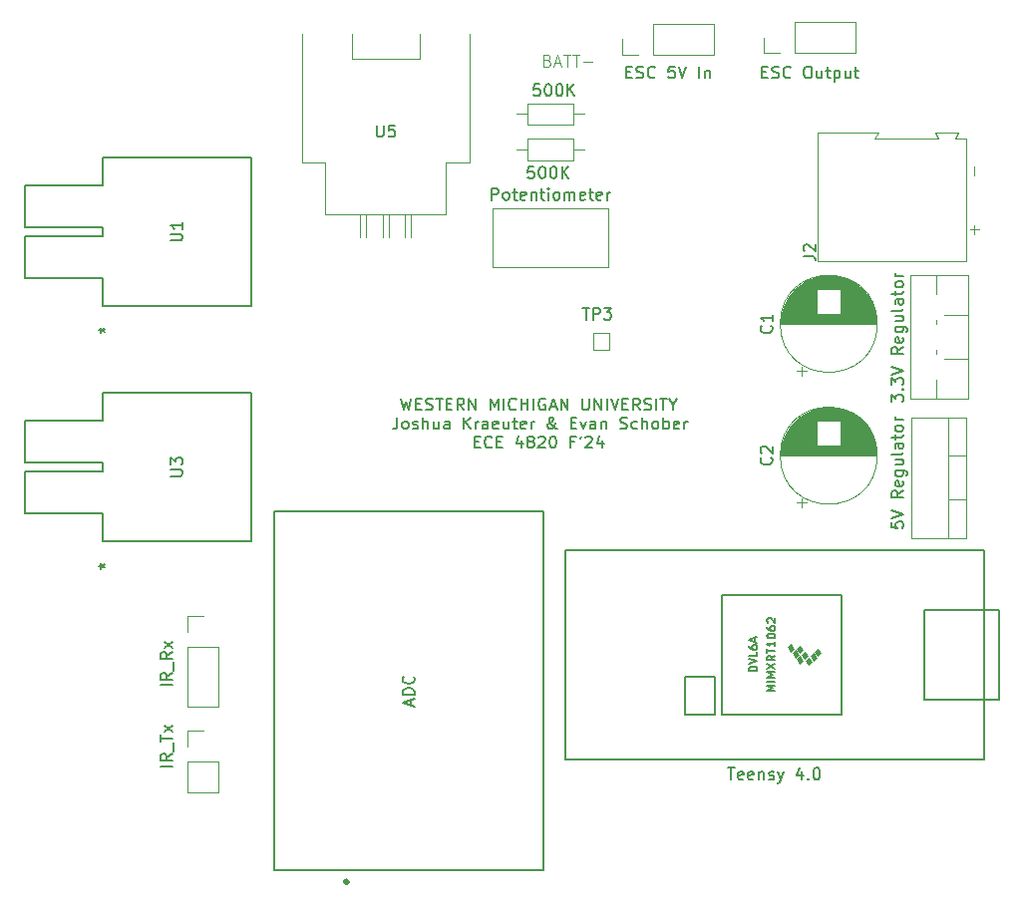
<source format=gbr>
%TF.GenerationSoftware,KiCad,Pcbnew,8.0.6*%
%TF.CreationDate,2024-10-30T13:43:03-04:00*%
%TF.ProjectId,Propulsion PCB,50726f70-756c-4736-996f-6e205043422e,3*%
%TF.SameCoordinates,Original*%
%TF.FileFunction,Legend,Top*%
%TF.FilePolarity,Positive*%
%FSLAX46Y46*%
G04 Gerber Fmt 4.6, Leading zero omitted, Abs format (unit mm)*
G04 Created by KiCad (PCBNEW 8.0.6) date 2024-10-30 13:43:03*
%MOMM*%
%LPD*%
G01*
G04 APERTURE LIST*
%ADD10C,0.100000*%
%ADD11C,0.200000*%
%ADD12C,0.150000*%
%ADD13C,0.127000*%
%ADD14C,0.300000*%
%ADD15C,0.120000*%
%ADD16C,0.152400*%
G04 APERTURE END LIST*
D10*
X258491466Y-103196115D02*
X258491466Y-102434211D01*
X258491466Y-108196115D02*
X258491466Y-107434211D01*
X258872419Y-107815163D02*
X258110514Y-107815163D01*
D11*
X209822054Y-122147331D02*
X210060149Y-123147331D01*
X210060149Y-123147331D02*
X210250625Y-122433045D01*
X210250625Y-122433045D02*
X210441101Y-123147331D01*
X210441101Y-123147331D02*
X210679197Y-122147331D01*
X211060149Y-122623521D02*
X211393482Y-122623521D01*
X211536339Y-123147331D02*
X211060149Y-123147331D01*
X211060149Y-123147331D02*
X211060149Y-122147331D01*
X211060149Y-122147331D02*
X211536339Y-122147331D01*
X211917292Y-123099712D02*
X212060149Y-123147331D01*
X212060149Y-123147331D02*
X212298244Y-123147331D01*
X212298244Y-123147331D02*
X212393482Y-123099712D01*
X212393482Y-123099712D02*
X212441101Y-123052092D01*
X212441101Y-123052092D02*
X212488720Y-122956854D01*
X212488720Y-122956854D02*
X212488720Y-122861616D01*
X212488720Y-122861616D02*
X212441101Y-122766378D01*
X212441101Y-122766378D02*
X212393482Y-122718759D01*
X212393482Y-122718759D02*
X212298244Y-122671140D01*
X212298244Y-122671140D02*
X212107768Y-122623521D01*
X212107768Y-122623521D02*
X212012530Y-122575902D01*
X212012530Y-122575902D02*
X211964911Y-122528283D01*
X211964911Y-122528283D02*
X211917292Y-122433045D01*
X211917292Y-122433045D02*
X211917292Y-122337807D01*
X211917292Y-122337807D02*
X211964911Y-122242569D01*
X211964911Y-122242569D02*
X212012530Y-122194950D01*
X212012530Y-122194950D02*
X212107768Y-122147331D01*
X212107768Y-122147331D02*
X212345863Y-122147331D01*
X212345863Y-122147331D02*
X212488720Y-122194950D01*
X212774435Y-122147331D02*
X213345863Y-122147331D01*
X213060149Y-123147331D02*
X213060149Y-122147331D01*
X213679197Y-122623521D02*
X214012530Y-122623521D01*
X214155387Y-123147331D02*
X213679197Y-123147331D01*
X213679197Y-123147331D02*
X213679197Y-122147331D01*
X213679197Y-122147331D02*
X214155387Y-122147331D01*
X215155387Y-123147331D02*
X214822054Y-122671140D01*
X214583959Y-123147331D02*
X214583959Y-122147331D01*
X214583959Y-122147331D02*
X214964911Y-122147331D01*
X214964911Y-122147331D02*
X215060149Y-122194950D01*
X215060149Y-122194950D02*
X215107768Y-122242569D01*
X215107768Y-122242569D02*
X215155387Y-122337807D01*
X215155387Y-122337807D02*
X215155387Y-122480664D01*
X215155387Y-122480664D02*
X215107768Y-122575902D01*
X215107768Y-122575902D02*
X215060149Y-122623521D01*
X215060149Y-122623521D02*
X214964911Y-122671140D01*
X214964911Y-122671140D02*
X214583959Y-122671140D01*
X215583959Y-123147331D02*
X215583959Y-122147331D01*
X215583959Y-122147331D02*
X216155387Y-123147331D01*
X216155387Y-123147331D02*
X216155387Y-122147331D01*
X217393483Y-123147331D02*
X217393483Y-122147331D01*
X217393483Y-122147331D02*
X217726816Y-122861616D01*
X217726816Y-122861616D02*
X218060149Y-122147331D01*
X218060149Y-122147331D02*
X218060149Y-123147331D01*
X218536340Y-123147331D02*
X218536340Y-122147331D01*
X219583958Y-123052092D02*
X219536339Y-123099712D01*
X219536339Y-123099712D02*
X219393482Y-123147331D01*
X219393482Y-123147331D02*
X219298244Y-123147331D01*
X219298244Y-123147331D02*
X219155387Y-123099712D01*
X219155387Y-123099712D02*
X219060149Y-123004473D01*
X219060149Y-123004473D02*
X219012530Y-122909235D01*
X219012530Y-122909235D02*
X218964911Y-122718759D01*
X218964911Y-122718759D02*
X218964911Y-122575902D01*
X218964911Y-122575902D02*
X219012530Y-122385426D01*
X219012530Y-122385426D02*
X219060149Y-122290188D01*
X219060149Y-122290188D02*
X219155387Y-122194950D01*
X219155387Y-122194950D02*
X219298244Y-122147331D01*
X219298244Y-122147331D02*
X219393482Y-122147331D01*
X219393482Y-122147331D02*
X219536339Y-122194950D01*
X219536339Y-122194950D02*
X219583958Y-122242569D01*
X220012530Y-123147331D02*
X220012530Y-122147331D01*
X220012530Y-122623521D02*
X220583958Y-122623521D01*
X220583958Y-123147331D02*
X220583958Y-122147331D01*
X221060149Y-123147331D02*
X221060149Y-122147331D01*
X222060148Y-122194950D02*
X221964910Y-122147331D01*
X221964910Y-122147331D02*
X221822053Y-122147331D01*
X221822053Y-122147331D02*
X221679196Y-122194950D01*
X221679196Y-122194950D02*
X221583958Y-122290188D01*
X221583958Y-122290188D02*
X221536339Y-122385426D01*
X221536339Y-122385426D02*
X221488720Y-122575902D01*
X221488720Y-122575902D02*
X221488720Y-122718759D01*
X221488720Y-122718759D02*
X221536339Y-122909235D01*
X221536339Y-122909235D02*
X221583958Y-123004473D01*
X221583958Y-123004473D02*
X221679196Y-123099712D01*
X221679196Y-123099712D02*
X221822053Y-123147331D01*
X221822053Y-123147331D02*
X221917291Y-123147331D01*
X221917291Y-123147331D02*
X222060148Y-123099712D01*
X222060148Y-123099712D02*
X222107767Y-123052092D01*
X222107767Y-123052092D02*
X222107767Y-122718759D01*
X222107767Y-122718759D02*
X221917291Y-122718759D01*
X222488720Y-122861616D02*
X222964910Y-122861616D01*
X222393482Y-123147331D02*
X222726815Y-122147331D01*
X222726815Y-122147331D02*
X223060148Y-123147331D01*
X223393482Y-123147331D02*
X223393482Y-122147331D01*
X223393482Y-122147331D02*
X223964910Y-123147331D01*
X223964910Y-123147331D02*
X223964910Y-122147331D01*
X225203006Y-122147331D02*
X225203006Y-122956854D01*
X225203006Y-122956854D02*
X225250625Y-123052092D01*
X225250625Y-123052092D02*
X225298244Y-123099712D01*
X225298244Y-123099712D02*
X225393482Y-123147331D01*
X225393482Y-123147331D02*
X225583958Y-123147331D01*
X225583958Y-123147331D02*
X225679196Y-123099712D01*
X225679196Y-123099712D02*
X225726815Y-123052092D01*
X225726815Y-123052092D02*
X225774434Y-122956854D01*
X225774434Y-122956854D02*
X225774434Y-122147331D01*
X226250625Y-123147331D02*
X226250625Y-122147331D01*
X226250625Y-122147331D02*
X226822053Y-123147331D01*
X226822053Y-123147331D02*
X226822053Y-122147331D01*
X227298244Y-123147331D02*
X227298244Y-122147331D01*
X227631577Y-122147331D02*
X227964910Y-123147331D01*
X227964910Y-123147331D02*
X228298243Y-122147331D01*
X228631577Y-122623521D02*
X228964910Y-122623521D01*
X229107767Y-123147331D02*
X228631577Y-123147331D01*
X228631577Y-123147331D02*
X228631577Y-122147331D01*
X228631577Y-122147331D02*
X229107767Y-122147331D01*
X230107767Y-123147331D02*
X229774434Y-122671140D01*
X229536339Y-123147331D02*
X229536339Y-122147331D01*
X229536339Y-122147331D02*
X229917291Y-122147331D01*
X229917291Y-122147331D02*
X230012529Y-122194950D01*
X230012529Y-122194950D02*
X230060148Y-122242569D01*
X230060148Y-122242569D02*
X230107767Y-122337807D01*
X230107767Y-122337807D02*
X230107767Y-122480664D01*
X230107767Y-122480664D02*
X230060148Y-122575902D01*
X230060148Y-122575902D02*
X230012529Y-122623521D01*
X230012529Y-122623521D02*
X229917291Y-122671140D01*
X229917291Y-122671140D02*
X229536339Y-122671140D01*
X230488720Y-123099712D02*
X230631577Y-123147331D01*
X230631577Y-123147331D02*
X230869672Y-123147331D01*
X230869672Y-123147331D02*
X230964910Y-123099712D01*
X230964910Y-123099712D02*
X231012529Y-123052092D01*
X231012529Y-123052092D02*
X231060148Y-122956854D01*
X231060148Y-122956854D02*
X231060148Y-122861616D01*
X231060148Y-122861616D02*
X231012529Y-122766378D01*
X231012529Y-122766378D02*
X230964910Y-122718759D01*
X230964910Y-122718759D02*
X230869672Y-122671140D01*
X230869672Y-122671140D02*
X230679196Y-122623521D01*
X230679196Y-122623521D02*
X230583958Y-122575902D01*
X230583958Y-122575902D02*
X230536339Y-122528283D01*
X230536339Y-122528283D02*
X230488720Y-122433045D01*
X230488720Y-122433045D02*
X230488720Y-122337807D01*
X230488720Y-122337807D02*
X230536339Y-122242569D01*
X230536339Y-122242569D02*
X230583958Y-122194950D01*
X230583958Y-122194950D02*
X230679196Y-122147331D01*
X230679196Y-122147331D02*
X230917291Y-122147331D01*
X230917291Y-122147331D02*
X231060148Y-122194950D01*
X231488720Y-123147331D02*
X231488720Y-122147331D01*
X231822053Y-122147331D02*
X232393481Y-122147331D01*
X232107767Y-123147331D02*
X232107767Y-122147331D01*
X232917291Y-122671140D02*
X232917291Y-123147331D01*
X232583958Y-122147331D02*
X232917291Y-122671140D01*
X232917291Y-122671140D02*
X233250624Y-122147331D01*
X209488722Y-123757275D02*
X209488722Y-124471560D01*
X209488722Y-124471560D02*
X209441103Y-124614417D01*
X209441103Y-124614417D02*
X209345865Y-124709656D01*
X209345865Y-124709656D02*
X209203008Y-124757275D01*
X209203008Y-124757275D02*
X209107770Y-124757275D01*
X210107770Y-124757275D02*
X210012532Y-124709656D01*
X210012532Y-124709656D02*
X209964913Y-124662036D01*
X209964913Y-124662036D02*
X209917294Y-124566798D01*
X209917294Y-124566798D02*
X209917294Y-124281084D01*
X209917294Y-124281084D02*
X209964913Y-124185846D01*
X209964913Y-124185846D02*
X210012532Y-124138227D01*
X210012532Y-124138227D02*
X210107770Y-124090608D01*
X210107770Y-124090608D02*
X210250627Y-124090608D01*
X210250627Y-124090608D02*
X210345865Y-124138227D01*
X210345865Y-124138227D02*
X210393484Y-124185846D01*
X210393484Y-124185846D02*
X210441103Y-124281084D01*
X210441103Y-124281084D02*
X210441103Y-124566798D01*
X210441103Y-124566798D02*
X210393484Y-124662036D01*
X210393484Y-124662036D02*
X210345865Y-124709656D01*
X210345865Y-124709656D02*
X210250627Y-124757275D01*
X210250627Y-124757275D02*
X210107770Y-124757275D01*
X210822056Y-124709656D02*
X210917294Y-124757275D01*
X210917294Y-124757275D02*
X211107770Y-124757275D01*
X211107770Y-124757275D02*
X211203008Y-124709656D01*
X211203008Y-124709656D02*
X211250627Y-124614417D01*
X211250627Y-124614417D02*
X211250627Y-124566798D01*
X211250627Y-124566798D02*
X211203008Y-124471560D01*
X211203008Y-124471560D02*
X211107770Y-124423941D01*
X211107770Y-124423941D02*
X210964913Y-124423941D01*
X210964913Y-124423941D02*
X210869675Y-124376322D01*
X210869675Y-124376322D02*
X210822056Y-124281084D01*
X210822056Y-124281084D02*
X210822056Y-124233465D01*
X210822056Y-124233465D02*
X210869675Y-124138227D01*
X210869675Y-124138227D02*
X210964913Y-124090608D01*
X210964913Y-124090608D02*
X211107770Y-124090608D01*
X211107770Y-124090608D02*
X211203008Y-124138227D01*
X211679199Y-124757275D02*
X211679199Y-123757275D01*
X212107770Y-124757275D02*
X212107770Y-124233465D01*
X212107770Y-124233465D02*
X212060151Y-124138227D01*
X212060151Y-124138227D02*
X211964913Y-124090608D01*
X211964913Y-124090608D02*
X211822056Y-124090608D01*
X211822056Y-124090608D02*
X211726818Y-124138227D01*
X211726818Y-124138227D02*
X211679199Y-124185846D01*
X213012532Y-124090608D02*
X213012532Y-124757275D01*
X212583961Y-124090608D02*
X212583961Y-124614417D01*
X212583961Y-124614417D02*
X212631580Y-124709656D01*
X212631580Y-124709656D02*
X212726818Y-124757275D01*
X212726818Y-124757275D02*
X212869675Y-124757275D01*
X212869675Y-124757275D02*
X212964913Y-124709656D01*
X212964913Y-124709656D02*
X213012532Y-124662036D01*
X213917294Y-124757275D02*
X213917294Y-124233465D01*
X213917294Y-124233465D02*
X213869675Y-124138227D01*
X213869675Y-124138227D02*
X213774437Y-124090608D01*
X213774437Y-124090608D02*
X213583961Y-124090608D01*
X213583961Y-124090608D02*
X213488723Y-124138227D01*
X213917294Y-124709656D02*
X213822056Y-124757275D01*
X213822056Y-124757275D02*
X213583961Y-124757275D01*
X213583961Y-124757275D02*
X213488723Y-124709656D01*
X213488723Y-124709656D02*
X213441104Y-124614417D01*
X213441104Y-124614417D02*
X213441104Y-124519179D01*
X213441104Y-124519179D02*
X213488723Y-124423941D01*
X213488723Y-124423941D02*
X213583961Y-124376322D01*
X213583961Y-124376322D02*
X213822056Y-124376322D01*
X213822056Y-124376322D02*
X213917294Y-124328703D01*
X215155390Y-124757275D02*
X215155390Y-123757275D01*
X215726818Y-124757275D02*
X215298247Y-124185846D01*
X215726818Y-123757275D02*
X215155390Y-124328703D01*
X216155390Y-124757275D02*
X216155390Y-124090608D01*
X216155390Y-124281084D02*
X216203009Y-124185846D01*
X216203009Y-124185846D02*
X216250628Y-124138227D01*
X216250628Y-124138227D02*
X216345866Y-124090608D01*
X216345866Y-124090608D02*
X216441104Y-124090608D01*
X217203009Y-124757275D02*
X217203009Y-124233465D01*
X217203009Y-124233465D02*
X217155390Y-124138227D01*
X217155390Y-124138227D02*
X217060152Y-124090608D01*
X217060152Y-124090608D02*
X216869676Y-124090608D01*
X216869676Y-124090608D02*
X216774438Y-124138227D01*
X217203009Y-124709656D02*
X217107771Y-124757275D01*
X217107771Y-124757275D02*
X216869676Y-124757275D01*
X216869676Y-124757275D02*
X216774438Y-124709656D01*
X216774438Y-124709656D02*
X216726819Y-124614417D01*
X216726819Y-124614417D02*
X216726819Y-124519179D01*
X216726819Y-124519179D02*
X216774438Y-124423941D01*
X216774438Y-124423941D02*
X216869676Y-124376322D01*
X216869676Y-124376322D02*
X217107771Y-124376322D01*
X217107771Y-124376322D02*
X217203009Y-124328703D01*
X218060152Y-124709656D02*
X217964914Y-124757275D01*
X217964914Y-124757275D02*
X217774438Y-124757275D01*
X217774438Y-124757275D02*
X217679200Y-124709656D01*
X217679200Y-124709656D02*
X217631581Y-124614417D01*
X217631581Y-124614417D02*
X217631581Y-124233465D01*
X217631581Y-124233465D02*
X217679200Y-124138227D01*
X217679200Y-124138227D02*
X217774438Y-124090608D01*
X217774438Y-124090608D02*
X217964914Y-124090608D01*
X217964914Y-124090608D02*
X218060152Y-124138227D01*
X218060152Y-124138227D02*
X218107771Y-124233465D01*
X218107771Y-124233465D02*
X218107771Y-124328703D01*
X218107771Y-124328703D02*
X217631581Y-124423941D01*
X218964914Y-124090608D02*
X218964914Y-124757275D01*
X218536343Y-124090608D02*
X218536343Y-124614417D01*
X218536343Y-124614417D02*
X218583962Y-124709656D01*
X218583962Y-124709656D02*
X218679200Y-124757275D01*
X218679200Y-124757275D02*
X218822057Y-124757275D01*
X218822057Y-124757275D02*
X218917295Y-124709656D01*
X218917295Y-124709656D02*
X218964914Y-124662036D01*
X219298248Y-124090608D02*
X219679200Y-124090608D01*
X219441105Y-123757275D02*
X219441105Y-124614417D01*
X219441105Y-124614417D02*
X219488724Y-124709656D01*
X219488724Y-124709656D02*
X219583962Y-124757275D01*
X219583962Y-124757275D02*
X219679200Y-124757275D01*
X220393486Y-124709656D02*
X220298248Y-124757275D01*
X220298248Y-124757275D02*
X220107772Y-124757275D01*
X220107772Y-124757275D02*
X220012534Y-124709656D01*
X220012534Y-124709656D02*
X219964915Y-124614417D01*
X219964915Y-124614417D02*
X219964915Y-124233465D01*
X219964915Y-124233465D02*
X220012534Y-124138227D01*
X220012534Y-124138227D02*
X220107772Y-124090608D01*
X220107772Y-124090608D02*
X220298248Y-124090608D01*
X220298248Y-124090608D02*
X220393486Y-124138227D01*
X220393486Y-124138227D02*
X220441105Y-124233465D01*
X220441105Y-124233465D02*
X220441105Y-124328703D01*
X220441105Y-124328703D02*
X219964915Y-124423941D01*
X220869677Y-124757275D02*
X220869677Y-124090608D01*
X220869677Y-124281084D02*
X220917296Y-124185846D01*
X220917296Y-124185846D02*
X220964915Y-124138227D01*
X220964915Y-124138227D02*
X221060153Y-124090608D01*
X221060153Y-124090608D02*
X221155391Y-124090608D01*
X223060154Y-124757275D02*
X223012535Y-124757275D01*
X223012535Y-124757275D02*
X222917296Y-124709656D01*
X222917296Y-124709656D02*
X222774439Y-124566798D01*
X222774439Y-124566798D02*
X222536344Y-124281084D01*
X222536344Y-124281084D02*
X222441106Y-124138227D01*
X222441106Y-124138227D02*
X222393487Y-123995370D01*
X222393487Y-123995370D02*
X222393487Y-123900132D01*
X222393487Y-123900132D02*
X222441106Y-123804894D01*
X222441106Y-123804894D02*
X222536344Y-123757275D01*
X222536344Y-123757275D02*
X222583963Y-123757275D01*
X222583963Y-123757275D02*
X222679201Y-123804894D01*
X222679201Y-123804894D02*
X222726820Y-123900132D01*
X222726820Y-123900132D02*
X222726820Y-123947751D01*
X222726820Y-123947751D02*
X222679201Y-124042989D01*
X222679201Y-124042989D02*
X222631582Y-124090608D01*
X222631582Y-124090608D02*
X222345868Y-124281084D01*
X222345868Y-124281084D02*
X222298249Y-124328703D01*
X222298249Y-124328703D02*
X222250630Y-124423941D01*
X222250630Y-124423941D02*
X222250630Y-124566798D01*
X222250630Y-124566798D02*
X222298249Y-124662036D01*
X222298249Y-124662036D02*
X222345868Y-124709656D01*
X222345868Y-124709656D02*
X222441106Y-124757275D01*
X222441106Y-124757275D02*
X222583963Y-124757275D01*
X222583963Y-124757275D02*
X222679201Y-124709656D01*
X222679201Y-124709656D02*
X222726820Y-124662036D01*
X222726820Y-124662036D02*
X222869677Y-124471560D01*
X222869677Y-124471560D02*
X222917296Y-124328703D01*
X222917296Y-124328703D02*
X222917296Y-124233465D01*
X224250630Y-124233465D02*
X224583963Y-124233465D01*
X224726820Y-124757275D02*
X224250630Y-124757275D01*
X224250630Y-124757275D02*
X224250630Y-123757275D01*
X224250630Y-123757275D02*
X224726820Y-123757275D01*
X225060154Y-124090608D02*
X225298249Y-124757275D01*
X225298249Y-124757275D02*
X225536344Y-124090608D01*
X226345868Y-124757275D02*
X226345868Y-124233465D01*
X226345868Y-124233465D02*
X226298249Y-124138227D01*
X226298249Y-124138227D02*
X226203011Y-124090608D01*
X226203011Y-124090608D02*
X226012535Y-124090608D01*
X226012535Y-124090608D02*
X225917297Y-124138227D01*
X226345868Y-124709656D02*
X226250630Y-124757275D01*
X226250630Y-124757275D02*
X226012535Y-124757275D01*
X226012535Y-124757275D02*
X225917297Y-124709656D01*
X225917297Y-124709656D02*
X225869678Y-124614417D01*
X225869678Y-124614417D02*
X225869678Y-124519179D01*
X225869678Y-124519179D02*
X225917297Y-124423941D01*
X225917297Y-124423941D02*
X226012535Y-124376322D01*
X226012535Y-124376322D02*
X226250630Y-124376322D01*
X226250630Y-124376322D02*
X226345868Y-124328703D01*
X226822059Y-124090608D02*
X226822059Y-124757275D01*
X226822059Y-124185846D02*
X226869678Y-124138227D01*
X226869678Y-124138227D02*
X226964916Y-124090608D01*
X226964916Y-124090608D02*
X227107773Y-124090608D01*
X227107773Y-124090608D02*
X227203011Y-124138227D01*
X227203011Y-124138227D02*
X227250630Y-124233465D01*
X227250630Y-124233465D02*
X227250630Y-124757275D01*
X228441107Y-124709656D02*
X228583964Y-124757275D01*
X228583964Y-124757275D02*
X228822059Y-124757275D01*
X228822059Y-124757275D02*
X228917297Y-124709656D01*
X228917297Y-124709656D02*
X228964916Y-124662036D01*
X228964916Y-124662036D02*
X229012535Y-124566798D01*
X229012535Y-124566798D02*
X229012535Y-124471560D01*
X229012535Y-124471560D02*
X228964916Y-124376322D01*
X228964916Y-124376322D02*
X228917297Y-124328703D01*
X228917297Y-124328703D02*
X228822059Y-124281084D01*
X228822059Y-124281084D02*
X228631583Y-124233465D01*
X228631583Y-124233465D02*
X228536345Y-124185846D01*
X228536345Y-124185846D02*
X228488726Y-124138227D01*
X228488726Y-124138227D02*
X228441107Y-124042989D01*
X228441107Y-124042989D02*
X228441107Y-123947751D01*
X228441107Y-123947751D02*
X228488726Y-123852513D01*
X228488726Y-123852513D02*
X228536345Y-123804894D01*
X228536345Y-123804894D02*
X228631583Y-123757275D01*
X228631583Y-123757275D02*
X228869678Y-123757275D01*
X228869678Y-123757275D02*
X229012535Y-123804894D01*
X229869678Y-124709656D02*
X229774440Y-124757275D01*
X229774440Y-124757275D02*
X229583964Y-124757275D01*
X229583964Y-124757275D02*
X229488726Y-124709656D01*
X229488726Y-124709656D02*
X229441107Y-124662036D01*
X229441107Y-124662036D02*
X229393488Y-124566798D01*
X229393488Y-124566798D02*
X229393488Y-124281084D01*
X229393488Y-124281084D02*
X229441107Y-124185846D01*
X229441107Y-124185846D02*
X229488726Y-124138227D01*
X229488726Y-124138227D02*
X229583964Y-124090608D01*
X229583964Y-124090608D02*
X229774440Y-124090608D01*
X229774440Y-124090608D02*
X229869678Y-124138227D01*
X230298250Y-124757275D02*
X230298250Y-123757275D01*
X230726821Y-124757275D02*
X230726821Y-124233465D01*
X230726821Y-124233465D02*
X230679202Y-124138227D01*
X230679202Y-124138227D02*
X230583964Y-124090608D01*
X230583964Y-124090608D02*
X230441107Y-124090608D01*
X230441107Y-124090608D02*
X230345869Y-124138227D01*
X230345869Y-124138227D02*
X230298250Y-124185846D01*
X231345869Y-124757275D02*
X231250631Y-124709656D01*
X231250631Y-124709656D02*
X231203012Y-124662036D01*
X231203012Y-124662036D02*
X231155393Y-124566798D01*
X231155393Y-124566798D02*
X231155393Y-124281084D01*
X231155393Y-124281084D02*
X231203012Y-124185846D01*
X231203012Y-124185846D02*
X231250631Y-124138227D01*
X231250631Y-124138227D02*
X231345869Y-124090608D01*
X231345869Y-124090608D02*
X231488726Y-124090608D01*
X231488726Y-124090608D02*
X231583964Y-124138227D01*
X231583964Y-124138227D02*
X231631583Y-124185846D01*
X231631583Y-124185846D02*
X231679202Y-124281084D01*
X231679202Y-124281084D02*
X231679202Y-124566798D01*
X231679202Y-124566798D02*
X231631583Y-124662036D01*
X231631583Y-124662036D02*
X231583964Y-124709656D01*
X231583964Y-124709656D02*
X231488726Y-124757275D01*
X231488726Y-124757275D02*
X231345869Y-124757275D01*
X232107774Y-124757275D02*
X232107774Y-123757275D01*
X232107774Y-124138227D02*
X232203012Y-124090608D01*
X232203012Y-124090608D02*
X232393488Y-124090608D01*
X232393488Y-124090608D02*
X232488726Y-124138227D01*
X232488726Y-124138227D02*
X232536345Y-124185846D01*
X232536345Y-124185846D02*
X232583964Y-124281084D01*
X232583964Y-124281084D02*
X232583964Y-124566798D01*
X232583964Y-124566798D02*
X232536345Y-124662036D01*
X232536345Y-124662036D02*
X232488726Y-124709656D01*
X232488726Y-124709656D02*
X232393488Y-124757275D01*
X232393488Y-124757275D02*
X232203012Y-124757275D01*
X232203012Y-124757275D02*
X232107774Y-124709656D01*
X233393488Y-124709656D02*
X233298250Y-124757275D01*
X233298250Y-124757275D02*
X233107774Y-124757275D01*
X233107774Y-124757275D02*
X233012536Y-124709656D01*
X233012536Y-124709656D02*
X232964917Y-124614417D01*
X232964917Y-124614417D02*
X232964917Y-124233465D01*
X232964917Y-124233465D02*
X233012536Y-124138227D01*
X233012536Y-124138227D02*
X233107774Y-124090608D01*
X233107774Y-124090608D02*
X233298250Y-124090608D01*
X233298250Y-124090608D02*
X233393488Y-124138227D01*
X233393488Y-124138227D02*
X233441107Y-124233465D01*
X233441107Y-124233465D02*
X233441107Y-124328703D01*
X233441107Y-124328703D02*
X232964917Y-124423941D01*
X233869679Y-124757275D02*
X233869679Y-124090608D01*
X233869679Y-124281084D02*
X233917298Y-124185846D01*
X233917298Y-124185846D02*
X233964917Y-124138227D01*
X233964917Y-124138227D02*
X234060155Y-124090608D01*
X234060155Y-124090608D02*
X234155393Y-124090608D01*
X216060153Y-125843409D02*
X216393486Y-125843409D01*
X216536343Y-126367219D02*
X216060153Y-126367219D01*
X216060153Y-126367219D02*
X216060153Y-125367219D01*
X216060153Y-125367219D02*
X216536343Y-125367219D01*
X217536343Y-126271980D02*
X217488724Y-126319600D01*
X217488724Y-126319600D02*
X217345867Y-126367219D01*
X217345867Y-126367219D02*
X217250629Y-126367219D01*
X217250629Y-126367219D02*
X217107772Y-126319600D01*
X217107772Y-126319600D02*
X217012534Y-126224361D01*
X217012534Y-126224361D02*
X216964915Y-126129123D01*
X216964915Y-126129123D02*
X216917296Y-125938647D01*
X216917296Y-125938647D02*
X216917296Y-125795790D01*
X216917296Y-125795790D02*
X216964915Y-125605314D01*
X216964915Y-125605314D02*
X217012534Y-125510076D01*
X217012534Y-125510076D02*
X217107772Y-125414838D01*
X217107772Y-125414838D02*
X217250629Y-125367219D01*
X217250629Y-125367219D02*
X217345867Y-125367219D01*
X217345867Y-125367219D02*
X217488724Y-125414838D01*
X217488724Y-125414838D02*
X217536343Y-125462457D01*
X217964915Y-125843409D02*
X218298248Y-125843409D01*
X218441105Y-126367219D02*
X217964915Y-126367219D01*
X217964915Y-126367219D02*
X217964915Y-125367219D01*
X217964915Y-125367219D02*
X218441105Y-125367219D01*
X220060153Y-125700552D02*
X220060153Y-126367219D01*
X219822058Y-125319600D02*
X219583963Y-126033885D01*
X219583963Y-126033885D02*
X220203010Y-126033885D01*
X220726820Y-125795790D02*
X220631582Y-125748171D01*
X220631582Y-125748171D02*
X220583963Y-125700552D01*
X220583963Y-125700552D02*
X220536344Y-125605314D01*
X220536344Y-125605314D02*
X220536344Y-125557695D01*
X220536344Y-125557695D02*
X220583963Y-125462457D01*
X220583963Y-125462457D02*
X220631582Y-125414838D01*
X220631582Y-125414838D02*
X220726820Y-125367219D01*
X220726820Y-125367219D02*
X220917296Y-125367219D01*
X220917296Y-125367219D02*
X221012534Y-125414838D01*
X221012534Y-125414838D02*
X221060153Y-125462457D01*
X221060153Y-125462457D02*
X221107772Y-125557695D01*
X221107772Y-125557695D02*
X221107772Y-125605314D01*
X221107772Y-125605314D02*
X221060153Y-125700552D01*
X221060153Y-125700552D02*
X221012534Y-125748171D01*
X221012534Y-125748171D02*
X220917296Y-125795790D01*
X220917296Y-125795790D02*
X220726820Y-125795790D01*
X220726820Y-125795790D02*
X220631582Y-125843409D01*
X220631582Y-125843409D02*
X220583963Y-125891028D01*
X220583963Y-125891028D02*
X220536344Y-125986266D01*
X220536344Y-125986266D02*
X220536344Y-126176742D01*
X220536344Y-126176742D02*
X220583963Y-126271980D01*
X220583963Y-126271980D02*
X220631582Y-126319600D01*
X220631582Y-126319600D02*
X220726820Y-126367219D01*
X220726820Y-126367219D02*
X220917296Y-126367219D01*
X220917296Y-126367219D02*
X221012534Y-126319600D01*
X221012534Y-126319600D02*
X221060153Y-126271980D01*
X221060153Y-126271980D02*
X221107772Y-126176742D01*
X221107772Y-126176742D02*
X221107772Y-125986266D01*
X221107772Y-125986266D02*
X221060153Y-125891028D01*
X221060153Y-125891028D02*
X221012534Y-125843409D01*
X221012534Y-125843409D02*
X220917296Y-125795790D01*
X221488725Y-125462457D02*
X221536344Y-125414838D01*
X221536344Y-125414838D02*
X221631582Y-125367219D01*
X221631582Y-125367219D02*
X221869677Y-125367219D01*
X221869677Y-125367219D02*
X221964915Y-125414838D01*
X221964915Y-125414838D02*
X222012534Y-125462457D01*
X222012534Y-125462457D02*
X222060153Y-125557695D01*
X222060153Y-125557695D02*
X222060153Y-125652933D01*
X222060153Y-125652933D02*
X222012534Y-125795790D01*
X222012534Y-125795790D02*
X221441106Y-126367219D01*
X221441106Y-126367219D02*
X222060153Y-126367219D01*
X222679201Y-125367219D02*
X222774439Y-125367219D01*
X222774439Y-125367219D02*
X222869677Y-125414838D01*
X222869677Y-125414838D02*
X222917296Y-125462457D01*
X222917296Y-125462457D02*
X222964915Y-125557695D01*
X222964915Y-125557695D02*
X223012534Y-125748171D01*
X223012534Y-125748171D02*
X223012534Y-125986266D01*
X223012534Y-125986266D02*
X222964915Y-126176742D01*
X222964915Y-126176742D02*
X222917296Y-126271980D01*
X222917296Y-126271980D02*
X222869677Y-126319600D01*
X222869677Y-126319600D02*
X222774439Y-126367219D01*
X222774439Y-126367219D02*
X222679201Y-126367219D01*
X222679201Y-126367219D02*
X222583963Y-126319600D01*
X222583963Y-126319600D02*
X222536344Y-126271980D01*
X222536344Y-126271980D02*
X222488725Y-126176742D01*
X222488725Y-126176742D02*
X222441106Y-125986266D01*
X222441106Y-125986266D02*
X222441106Y-125748171D01*
X222441106Y-125748171D02*
X222488725Y-125557695D01*
X222488725Y-125557695D02*
X222536344Y-125462457D01*
X222536344Y-125462457D02*
X222583963Y-125414838D01*
X222583963Y-125414838D02*
X222679201Y-125367219D01*
X224536344Y-125843409D02*
X224203011Y-125843409D01*
X224203011Y-126367219D02*
X224203011Y-125367219D01*
X224203011Y-125367219D02*
X224679201Y-125367219D01*
X225107773Y-125367219D02*
X225012535Y-125557695D01*
X225488725Y-125462457D02*
X225536344Y-125414838D01*
X225536344Y-125414838D02*
X225631582Y-125367219D01*
X225631582Y-125367219D02*
X225869677Y-125367219D01*
X225869677Y-125367219D02*
X225964915Y-125414838D01*
X225964915Y-125414838D02*
X226012534Y-125462457D01*
X226012534Y-125462457D02*
X226060153Y-125557695D01*
X226060153Y-125557695D02*
X226060153Y-125652933D01*
X226060153Y-125652933D02*
X226012534Y-125795790D01*
X226012534Y-125795790D02*
X225441106Y-126367219D01*
X225441106Y-126367219D02*
X226060153Y-126367219D01*
X226917296Y-125700552D02*
X226917296Y-126367219D01*
X226679201Y-125319600D02*
X226441106Y-126033885D01*
X226441106Y-126033885D02*
X227060153Y-126033885D01*
D12*
X210669116Y-148238172D02*
X210669116Y-147761952D01*
X210954849Y-148333416D02*
X209954786Y-148000062D01*
X209954786Y-148000062D02*
X210954849Y-147666708D01*
X210954849Y-147333353D02*
X209954786Y-147333353D01*
X209954786Y-147333353D02*
X209954786Y-147095243D01*
X209954786Y-147095243D02*
X210002408Y-146952377D01*
X210002408Y-146952377D02*
X210097652Y-146857133D01*
X210097652Y-146857133D02*
X210192896Y-146809511D01*
X210192896Y-146809511D02*
X210383384Y-146761889D01*
X210383384Y-146761889D02*
X210526250Y-146761889D01*
X210526250Y-146761889D02*
X210716738Y-146809511D01*
X210716738Y-146809511D02*
X210811982Y-146857133D01*
X210811982Y-146857133D02*
X210907227Y-146952377D01*
X210907227Y-146952377D02*
X210954849Y-147095243D01*
X210954849Y-147095243D02*
X210954849Y-147333353D01*
X210859604Y-145761826D02*
X210907227Y-145809448D01*
X210907227Y-145809448D02*
X210954849Y-145952314D01*
X210954849Y-145952314D02*
X210954849Y-146047558D01*
X210954849Y-146047558D02*
X210907227Y-146190424D01*
X210907227Y-146190424D02*
X210811982Y-146285668D01*
X210811982Y-146285668D02*
X210716738Y-146333290D01*
X210716738Y-146333290D02*
X210526250Y-146380912D01*
X210526250Y-146380912D02*
X210383384Y-146380912D01*
X210383384Y-146380912D02*
X210192896Y-146333290D01*
X210192896Y-146333290D02*
X210097652Y-146285668D01*
X210097652Y-146285668D02*
X210002408Y-146190424D01*
X210002408Y-146190424D02*
X209954786Y-146047558D01*
X209954786Y-146047558D02*
X209954786Y-145952314D01*
X209954786Y-145952314D02*
X210002408Y-145809448D01*
X210002408Y-145809448D02*
X210050030Y-145761826D01*
X237577619Y-153534819D02*
X238149047Y-153534819D01*
X237863333Y-154534819D02*
X237863333Y-153534819D01*
X238863333Y-154487200D02*
X238768095Y-154534819D01*
X238768095Y-154534819D02*
X238577619Y-154534819D01*
X238577619Y-154534819D02*
X238482381Y-154487200D01*
X238482381Y-154487200D02*
X238434762Y-154391961D01*
X238434762Y-154391961D02*
X238434762Y-154011009D01*
X238434762Y-154011009D02*
X238482381Y-153915771D01*
X238482381Y-153915771D02*
X238577619Y-153868152D01*
X238577619Y-153868152D02*
X238768095Y-153868152D01*
X238768095Y-153868152D02*
X238863333Y-153915771D01*
X238863333Y-153915771D02*
X238910952Y-154011009D01*
X238910952Y-154011009D02*
X238910952Y-154106247D01*
X238910952Y-154106247D02*
X238434762Y-154201485D01*
X239720476Y-154487200D02*
X239625238Y-154534819D01*
X239625238Y-154534819D02*
X239434762Y-154534819D01*
X239434762Y-154534819D02*
X239339524Y-154487200D01*
X239339524Y-154487200D02*
X239291905Y-154391961D01*
X239291905Y-154391961D02*
X239291905Y-154011009D01*
X239291905Y-154011009D02*
X239339524Y-153915771D01*
X239339524Y-153915771D02*
X239434762Y-153868152D01*
X239434762Y-153868152D02*
X239625238Y-153868152D01*
X239625238Y-153868152D02*
X239720476Y-153915771D01*
X239720476Y-153915771D02*
X239768095Y-154011009D01*
X239768095Y-154011009D02*
X239768095Y-154106247D01*
X239768095Y-154106247D02*
X239291905Y-154201485D01*
X240196667Y-153868152D02*
X240196667Y-154534819D01*
X240196667Y-153963390D02*
X240244286Y-153915771D01*
X240244286Y-153915771D02*
X240339524Y-153868152D01*
X240339524Y-153868152D02*
X240482381Y-153868152D01*
X240482381Y-153868152D02*
X240577619Y-153915771D01*
X240577619Y-153915771D02*
X240625238Y-154011009D01*
X240625238Y-154011009D02*
X240625238Y-154534819D01*
X241053810Y-154487200D02*
X241149048Y-154534819D01*
X241149048Y-154534819D02*
X241339524Y-154534819D01*
X241339524Y-154534819D02*
X241434762Y-154487200D01*
X241434762Y-154487200D02*
X241482381Y-154391961D01*
X241482381Y-154391961D02*
X241482381Y-154344342D01*
X241482381Y-154344342D02*
X241434762Y-154249104D01*
X241434762Y-154249104D02*
X241339524Y-154201485D01*
X241339524Y-154201485D02*
X241196667Y-154201485D01*
X241196667Y-154201485D02*
X241101429Y-154153866D01*
X241101429Y-154153866D02*
X241053810Y-154058628D01*
X241053810Y-154058628D02*
X241053810Y-154011009D01*
X241053810Y-154011009D02*
X241101429Y-153915771D01*
X241101429Y-153915771D02*
X241196667Y-153868152D01*
X241196667Y-153868152D02*
X241339524Y-153868152D01*
X241339524Y-153868152D02*
X241434762Y-153915771D01*
X241815715Y-153868152D02*
X242053810Y-154534819D01*
X242291905Y-153868152D02*
X242053810Y-154534819D01*
X242053810Y-154534819D02*
X241958572Y-154772914D01*
X241958572Y-154772914D02*
X241910953Y-154820533D01*
X241910953Y-154820533D02*
X241815715Y-154868152D01*
X243863334Y-153868152D02*
X243863334Y-154534819D01*
X243625239Y-153487200D02*
X243387144Y-154201485D01*
X243387144Y-154201485D02*
X244006191Y-154201485D01*
X244387144Y-154439580D02*
X244434763Y-154487200D01*
X244434763Y-154487200D02*
X244387144Y-154534819D01*
X244387144Y-154534819D02*
X244339525Y-154487200D01*
X244339525Y-154487200D02*
X244387144Y-154439580D01*
X244387144Y-154439580D02*
X244387144Y-154534819D01*
X245053810Y-153534819D02*
X245149048Y-153534819D01*
X245149048Y-153534819D02*
X245244286Y-153582438D01*
X245244286Y-153582438D02*
X245291905Y-153630057D01*
X245291905Y-153630057D02*
X245339524Y-153725295D01*
X245339524Y-153725295D02*
X245387143Y-153915771D01*
X245387143Y-153915771D02*
X245387143Y-154153866D01*
X245387143Y-154153866D02*
X245339524Y-154344342D01*
X245339524Y-154344342D02*
X245291905Y-154439580D01*
X245291905Y-154439580D02*
X245244286Y-154487200D01*
X245244286Y-154487200D02*
X245149048Y-154534819D01*
X245149048Y-154534819D02*
X245053810Y-154534819D01*
X245053810Y-154534819D02*
X244958572Y-154487200D01*
X244958572Y-154487200D02*
X244910953Y-154439580D01*
X244910953Y-154439580D02*
X244863334Y-154344342D01*
X244863334Y-154344342D02*
X244815715Y-154153866D01*
X244815715Y-154153866D02*
X244815715Y-153915771D01*
X244815715Y-153915771D02*
X244863334Y-153725295D01*
X244863334Y-153725295D02*
X244910953Y-153630057D01*
X244910953Y-153630057D02*
X244958572Y-153582438D01*
X244958572Y-153582438D02*
X245053810Y-153534819D01*
X241592033Y-147003333D02*
X240892033Y-147003333D01*
X240892033Y-147003333D02*
X241392033Y-146770000D01*
X241392033Y-146770000D02*
X240892033Y-146536666D01*
X240892033Y-146536666D02*
X241592033Y-146536666D01*
X241592033Y-146203333D02*
X240892033Y-146203333D01*
X241592033Y-145870000D02*
X240892033Y-145870000D01*
X240892033Y-145870000D02*
X241392033Y-145636667D01*
X241392033Y-145636667D02*
X240892033Y-145403333D01*
X240892033Y-145403333D02*
X241592033Y-145403333D01*
X240892033Y-145136667D02*
X241592033Y-144670000D01*
X240892033Y-144670000D02*
X241592033Y-145136667D01*
X241592033Y-144003333D02*
X241258700Y-144236666D01*
X241592033Y-144403333D02*
X240892033Y-144403333D01*
X240892033Y-144403333D02*
X240892033Y-144136666D01*
X240892033Y-144136666D02*
X240925366Y-144070000D01*
X240925366Y-144070000D02*
X240958700Y-144036666D01*
X240958700Y-144036666D02*
X241025366Y-144003333D01*
X241025366Y-144003333D02*
X241125366Y-144003333D01*
X241125366Y-144003333D02*
X241192033Y-144036666D01*
X241192033Y-144036666D02*
X241225366Y-144070000D01*
X241225366Y-144070000D02*
X241258700Y-144136666D01*
X241258700Y-144136666D02*
X241258700Y-144403333D01*
X240892033Y-143803333D02*
X240892033Y-143403333D01*
X241592033Y-143603333D02*
X240892033Y-143603333D01*
X241592033Y-142803333D02*
X241592033Y-143203333D01*
X241592033Y-143003333D02*
X240892033Y-143003333D01*
X240892033Y-143003333D02*
X240992033Y-143070000D01*
X240992033Y-143070000D02*
X241058700Y-143136667D01*
X241058700Y-143136667D02*
X241092033Y-143203333D01*
X240892033Y-142370000D02*
X240892033Y-142303333D01*
X240892033Y-142303333D02*
X240925366Y-142236666D01*
X240925366Y-142236666D02*
X240958700Y-142203333D01*
X240958700Y-142203333D02*
X241025366Y-142170000D01*
X241025366Y-142170000D02*
X241158700Y-142136666D01*
X241158700Y-142136666D02*
X241325366Y-142136666D01*
X241325366Y-142136666D02*
X241458700Y-142170000D01*
X241458700Y-142170000D02*
X241525366Y-142203333D01*
X241525366Y-142203333D02*
X241558700Y-142236666D01*
X241558700Y-142236666D02*
X241592033Y-142303333D01*
X241592033Y-142303333D02*
X241592033Y-142370000D01*
X241592033Y-142370000D02*
X241558700Y-142436666D01*
X241558700Y-142436666D02*
X241525366Y-142470000D01*
X241525366Y-142470000D02*
X241458700Y-142503333D01*
X241458700Y-142503333D02*
X241325366Y-142536666D01*
X241325366Y-142536666D02*
X241158700Y-142536666D01*
X241158700Y-142536666D02*
X241025366Y-142503333D01*
X241025366Y-142503333D02*
X240958700Y-142470000D01*
X240958700Y-142470000D02*
X240925366Y-142436666D01*
X240925366Y-142436666D02*
X240892033Y-142370000D01*
X240892033Y-141536666D02*
X240892033Y-141669999D01*
X240892033Y-141669999D02*
X240925366Y-141736666D01*
X240925366Y-141736666D02*
X240958700Y-141769999D01*
X240958700Y-141769999D02*
X241058700Y-141836666D01*
X241058700Y-141836666D02*
X241192033Y-141869999D01*
X241192033Y-141869999D02*
X241458700Y-141869999D01*
X241458700Y-141869999D02*
X241525366Y-141836666D01*
X241525366Y-141836666D02*
X241558700Y-141803333D01*
X241558700Y-141803333D02*
X241592033Y-141736666D01*
X241592033Y-141736666D02*
X241592033Y-141603333D01*
X241592033Y-141603333D02*
X241558700Y-141536666D01*
X241558700Y-141536666D02*
X241525366Y-141503333D01*
X241525366Y-141503333D02*
X241458700Y-141469999D01*
X241458700Y-141469999D02*
X241292033Y-141469999D01*
X241292033Y-141469999D02*
X241225366Y-141503333D01*
X241225366Y-141503333D02*
X241192033Y-141536666D01*
X241192033Y-141536666D02*
X241158700Y-141603333D01*
X241158700Y-141603333D02*
X241158700Y-141736666D01*
X241158700Y-141736666D02*
X241192033Y-141803333D01*
X241192033Y-141803333D02*
X241225366Y-141836666D01*
X241225366Y-141836666D02*
X241292033Y-141869999D01*
X240958700Y-141203332D02*
X240925366Y-141169999D01*
X240925366Y-141169999D02*
X240892033Y-141103332D01*
X240892033Y-141103332D02*
X240892033Y-140936666D01*
X240892033Y-140936666D02*
X240925366Y-140869999D01*
X240925366Y-140869999D02*
X240958700Y-140836666D01*
X240958700Y-140836666D02*
X241025366Y-140803332D01*
X241025366Y-140803332D02*
X241092033Y-140803332D01*
X241092033Y-140803332D02*
X241192033Y-140836666D01*
X241192033Y-140836666D02*
X241592033Y-141236666D01*
X241592033Y-141236666D02*
X241592033Y-140803332D01*
X240068033Y-145320000D02*
X239368033Y-145320000D01*
X239368033Y-145320000D02*
X239368033Y-145153333D01*
X239368033Y-145153333D02*
X239401366Y-145053333D01*
X239401366Y-145053333D02*
X239468033Y-144986667D01*
X239468033Y-144986667D02*
X239534700Y-144953333D01*
X239534700Y-144953333D02*
X239668033Y-144920000D01*
X239668033Y-144920000D02*
X239768033Y-144920000D01*
X239768033Y-144920000D02*
X239901366Y-144953333D01*
X239901366Y-144953333D02*
X239968033Y-144986667D01*
X239968033Y-144986667D02*
X240034700Y-145053333D01*
X240034700Y-145053333D02*
X240068033Y-145153333D01*
X240068033Y-145153333D02*
X240068033Y-145320000D01*
X239368033Y-144720000D02*
X240068033Y-144486667D01*
X240068033Y-144486667D02*
X239368033Y-144253333D01*
X240068033Y-143686667D02*
X240068033Y-144020000D01*
X240068033Y-144020000D02*
X239368033Y-144020000D01*
X239368033Y-143153333D02*
X239368033Y-143286666D01*
X239368033Y-143286666D02*
X239401366Y-143353333D01*
X239401366Y-143353333D02*
X239434700Y-143386666D01*
X239434700Y-143386666D02*
X239534700Y-143453333D01*
X239534700Y-143453333D02*
X239668033Y-143486666D01*
X239668033Y-143486666D02*
X239934700Y-143486666D01*
X239934700Y-143486666D02*
X240001366Y-143453333D01*
X240001366Y-143453333D02*
X240034700Y-143420000D01*
X240034700Y-143420000D02*
X240068033Y-143353333D01*
X240068033Y-143353333D02*
X240068033Y-143220000D01*
X240068033Y-143220000D02*
X240034700Y-143153333D01*
X240034700Y-143153333D02*
X240001366Y-143120000D01*
X240001366Y-143120000D02*
X239934700Y-143086666D01*
X239934700Y-143086666D02*
X239768033Y-143086666D01*
X239768033Y-143086666D02*
X239701366Y-143120000D01*
X239701366Y-143120000D02*
X239668033Y-143153333D01*
X239668033Y-143153333D02*
X239634700Y-143220000D01*
X239634700Y-143220000D02*
X239634700Y-143353333D01*
X239634700Y-143353333D02*
X239668033Y-143420000D01*
X239668033Y-143420000D02*
X239701366Y-143453333D01*
X239701366Y-143453333D02*
X239768033Y-143486666D01*
X239868033Y-142819999D02*
X239868033Y-142486666D01*
X240068033Y-142886666D02*
X239368033Y-142653333D01*
X239368033Y-142653333D02*
X240068033Y-142419999D01*
X221595714Y-95454819D02*
X221119524Y-95454819D01*
X221119524Y-95454819D02*
X221071905Y-95931009D01*
X221071905Y-95931009D02*
X221119524Y-95883390D01*
X221119524Y-95883390D02*
X221214762Y-95835771D01*
X221214762Y-95835771D02*
X221452857Y-95835771D01*
X221452857Y-95835771D02*
X221548095Y-95883390D01*
X221548095Y-95883390D02*
X221595714Y-95931009D01*
X221595714Y-95931009D02*
X221643333Y-96026247D01*
X221643333Y-96026247D02*
X221643333Y-96264342D01*
X221643333Y-96264342D02*
X221595714Y-96359580D01*
X221595714Y-96359580D02*
X221548095Y-96407200D01*
X221548095Y-96407200D02*
X221452857Y-96454819D01*
X221452857Y-96454819D02*
X221214762Y-96454819D01*
X221214762Y-96454819D02*
X221119524Y-96407200D01*
X221119524Y-96407200D02*
X221071905Y-96359580D01*
X222262381Y-95454819D02*
X222357619Y-95454819D01*
X222357619Y-95454819D02*
X222452857Y-95502438D01*
X222452857Y-95502438D02*
X222500476Y-95550057D01*
X222500476Y-95550057D02*
X222548095Y-95645295D01*
X222548095Y-95645295D02*
X222595714Y-95835771D01*
X222595714Y-95835771D02*
X222595714Y-96073866D01*
X222595714Y-96073866D02*
X222548095Y-96264342D01*
X222548095Y-96264342D02*
X222500476Y-96359580D01*
X222500476Y-96359580D02*
X222452857Y-96407200D01*
X222452857Y-96407200D02*
X222357619Y-96454819D01*
X222357619Y-96454819D02*
X222262381Y-96454819D01*
X222262381Y-96454819D02*
X222167143Y-96407200D01*
X222167143Y-96407200D02*
X222119524Y-96359580D01*
X222119524Y-96359580D02*
X222071905Y-96264342D01*
X222071905Y-96264342D02*
X222024286Y-96073866D01*
X222024286Y-96073866D02*
X222024286Y-95835771D01*
X222024286Y-95835771D02*
X222071905Y-95645295D01*
X222071905Y-95645295D02*
X222119524Y-95550057D01*
X222119524Y-95550057D02*
X222167143Y-95502438D01*
X222167143Y-95502438D02*
X222262381Y-95454819D01*
X223214762Y-95454819D02*
X223310000Y-95454819D01*
X223310000Y-95454819D02*
X223405238Y-95502438D01*
X223405238Y-95502438D02*
X223452857Y-95550057D01*
X223452857Y-95550057D02*
X223500476Y-95645295D01*
X223500476Y-95645295D02*
X223548095Y-95835771D01*
X223548095Y-95835771D02*
X223548095Y-96073866D01*
X223548095Y-96073866D02*
X223500476Y-96264342D01*
X223500476Y-96264342D02*
X223452857Y-96359580D01*
X223452857Y-96359580D02*
X223405238Y-96407200D01*
X223405238Y-96407200D02*
X223310000Y-96454819D01*
X223310000Y-96454819D02*
X223214762Y-96454819D01*
X223214762Y-96454819D02*
X223119524Y-96407200D01*
X223119524Y-96407200D02*
X223071905Y-96359580D01*
X223071905Y-96359580D02*
X223024286Y-96264342D01*
X223024286Y-96264342D02*
X222976667Y-96073866D01*
X222976667Y-96073866D02*
X222976667Y-95835771D01*
X222976667Y-95835771D02*
X223024286Y-95645295D01*
X223024286Y-95645295D02*
X223071905Y-95550057D01*
X223071905Y-95550057D02*
X223119524Y-95502438D01*
X223119524Y-95502438D02*
X223214762Y-95454819D01*
X223976667Y-96454819D02*
X223976667Y-95454819D01*
X224548095Y-96454819D02*
X224119524Y-95883390D01*
X224548095Y-95454819D02*
X223976667Y-96026247D01*
X241249580Y-127186666D02*
X241297200Y-127234285D01*
X241297200Y-127234285D02*
X241344819Y-127377142D01*
X241344819Y-127377142D02*
X241344819Y-127472380D01*
X241344819Y-127472380D02*
X241297200Y-127615237D01*
X241297200Y-127615237D02*
X241201961Y-127710475D01*
X241201961Y-127710475D02*
X241106723Y-127758094D01*
X241106723Y-127758094D02*
X240916247Y-127805713D01*
X240916247Y-127805713D02*
X240773390Y-127805713D01*
X240773390Y-127805713D02*
X240582914Y-127758094D01*
X240582914Y-127758094D02*
X240487676Y-127710475D01*
X240487676Y-127710475D02*
X240392438Y-127615237D01*
X240392438Y-127615237D02*
X240344819Y-127472380D01*
X240344819Y-127472380D02*
X240344819Y-127377142D01*
X240344819Y-127377142D02*
X240392438Y-127234285D01*
X240392438Y-127234285D02*
X240440057Y-127186666D01*
X240440057Y-126805713D02*
X240392438Y-126758094D01*
X240392438Y-126758094D02*
X240344819Y-126662856D01*
X240344819Y-126662856D02*
X240344819Y-126424761D01*
X240344819Y-126424761D02*
X240392438Y-126329523D01*
X240392438Y-126329523D02*
X240440057Y-126281904D01*
X240440057Y-126281904D02*
X240535295Y-126234285D01*
X240535295Y-126234285D02*
X240630533Y-126234285D01*
X240630533Y-126234285D02*
X240773390Y-126281904D01*
X240773390Y-126281904D02*
X241344819Y-126853332D01*
X241344819Y-126853332D02*
X241344819Y-126234285D01*
X228952381Y-94431009D02*
X229285714Y-94431009D01*
X229428571Y-94954819D02*
X228952381Y-94954819D01*
X228952381Y-94954819D02*
X228952381Y-93954819D01*
X228952381Y-93954819D02*
X229428571Y-93954819D01*
X229809524Y-94907200D02*
X229952381Y-94954819D01*
X229952381Y-94954819D02*
X230190476Y-94954819D01*
X230190476Y-94954819D02*
X230285714Y-94907200D01*
X230285714Y-94907200D02*
X230333333Y-94859580D01*
X230333333Y-94859580D02*
X230380952Y-94764342D01*
X230380952Y-94764342D02*
X230380952Y-94669104D01*
X230380952Y-94669104D02*
X230333333Y-94573866D01*
X230333333Y-94573866D02*
X230285714Y-94526247D01*
X230285714Y-94526247D02*
X230190476Y-94478628D01*
X230190476Y-94478628D02*
X230000000Y-94431009D01*
X230000000Y-94431009D02*
X229904762Y-94383390D01*
X229904762Y-94383390D02*
X229857143Y-94335771D01*
X229857143Y-94335771D02*
X229809524Y-94240533D01*
X229809524Y-94240533D02*
X229809524Y-94145295D01*
X229809524Y-94145295D02*
X229857143Y-94050057D01*
X229857143Y-94050057D02*
X229904762Y-94002438D01*
X229904762Y-94002438D02*
X230000000Y-93954819D01*
X230000000Y-93954819D02*
X230238095Y-93954819D01*
X230238095Y-93954819D02*
X230380952Y-94002438D01*
X231380952Y-94859580D02*
X231333333Y-94907200D01*
X231333333Y-94907200D02*
X231190476Y-94954819D01*
X231190476Y-94954819D02*
X231095238Y-94954819D01*
X231095238Y-94954819D02*
X230952381Y-94907200D01*
X230952381Y-94907200D02*
X230857143Y-94811961D01*
X230857143Y-94811961D02*
X230809524Y-94716723D01*
X230809524Y-94716723D02*
X230761905Y-94526247D01*
X230761905Y-94526247D02*
X230761905Y-94383390D01*
X230761905Y-94383390D02*
X230809524Y-94192914D01*
X230809524Y-94192914D02*
X230857143Y-94097676D01*
X230857143Y-94097676D02*
X230952381Y-94002438D01*
X230952381Y-94002438D02*
X231095238Y-93954819D01*
X231095238Y-93954819D02*
X231190476Y-93954819D01*
X231190476Y-93954819D02*
X231333333Y-94002438D01*
X231333333Y-94002438D02*
X231380952Y-94050057D01*
X233047619Y-93954819D02*
X232571429Y-93954819D01*
X232571429Y-93954819D02*
X232523810Y-94431009D01*
X232523810Y-94431009D02*
X232571429Y-94383390D01*
X232571429Y-94383390D02*
X232666667Y-94335771D01*
X232666667Y-94335771D02*
X232904762Y-94335771D01*
X232904762Y-94335771D02*
X233000000Y-94383390D01*
X233000000Y-94383390D02*
X233047619Y-94431009D01*
X233047619Y-94431009D02*
X233095238Y-94526247D01*
X233095238Y-94526247D02*
X233095238Y-94764342D01*
X233095238Y-94764342D02*
X233047619Y-94859580D01*
X233047619Y-94859580D02*
X233000000Y-94907200D01*
X233000000Y-94907200D02*
X232904762Y-94954819D01*
X232904762Y-94954819D02*
X232666667Y-94954819D01*
X232666667Y-94954819D02*
X232571429Y-94907200D01*
X232571429Y-94907200D02*
X232523810Y-94859580D01*
X233380953Y-93954819D02*
X233714286Y-94954819D01*
X233714286Y-94954819D02*
X234047619Y-93954819D01*
X235142858Y-94954819D02*
X235142858Y-93954819D01*
X235619048Y-94288152D02*
X235619048Y-94954819D01*
X235619048Y-94383390D02*
X235666667Y-94335771D01*
X235666667Y-94335771D02*
X235761905Y-94288152D01*
X235761905Y-94288152D02*
X235904762Y-94288152D01*
X235904762Y-94288152D02*
X236000000Y-94335771D01*
X236000000Y-94335771D02*
X236047619Y-94431009D01*
X236047619Y-94431009D02*
X236047619Y-94954819D01*
X241249580Y-115989366D02*
X241297200Y-116036985D01*
X241297200Y-116036985D02*
X241344819Y-116179842D01*
X241344819Y-116179842D02*
X241344819Y-116275080D01*
X241344819Y-116275080D02*
X241297200Y-116417937D01*
X241297200Y-116417937D02*
X241201961Y-116513175D01*
X241201961Y-116513175D02*
X241106723Y-116560794D01*
X241106723Y-116560794D02*
X240916247Y-116608413D01*
X240916247Y-116608413D02*
X240773390Y-116608413D01*
X240773390Y-116608413D02*
X240582914Y-116560794D01*
X240582914Y-116560794D02*
X240487676Y-116513175D01*
X240487676Y-116513175D02*
X240392438Y-116417937D01*
X240392438Y-116417937D02*
X240344819Y-116275080D01*
X240344819Y-116275080D02*
X240344819Y-116179842D01*
X240344819Y-116179842D02*
X240392438Y-116036985D01*
X240392438Y-116036985D02*
X240440057Y-115989366D01*
X241344819Y-115036985D02*
X241344819Y-115608413D01*
X241344819Y-115322699D02*
X240344819Y-115322699D01*
X240344819Y-115322699D02*
X240487676Y-115417937D01*
X240487676Y-115417937D02*
X240582914Y-115513175D01*
X240582914Y-115513175D02*
X240630533Y-115608413D01*
D10*
X222261904Y-93433609D02*
X222404761Y-93481228D01*
X222404761Y-93481228D02*
X222452380Y-93528847D01*
X222452380Y-93528847D02*
X222499999Y-93624085D01*
X222499999Y-93624085D02*
X222499999Y-93766942D01*
X222499999Y-93766942D02*
X222452380Y-93862180D01*
X222452380Y-93862180D02*
X222404761Y-93909800D01*
X222404761Y-93909800D02*
X222309523Y-93957419D01*
X222309523Y-93957419D02*
X221928571Y-93957419D01*
X221928571Y-93957419D02*
X221928571Y-92957419D01*
X221928571Y-92957419D02*
X222261904Y-92957419D01*
X222261904Y-92957419D02*
X222357142Y-93005038D01*
X222357142Y-93005038D02*
X222404761Y-93052657D01*
X222404761Y-93052657D02*
X222452380Y-93147895D01*
X222452380Y-93147895D02*
X222452380Y-93243133D01*
X222452380Y-93243133D02*
X222404761Y-93338371D01*
X222404761Y-93338371D02*
X222357142Y-93385990D01*
X222357142Y-93385990D02*
X222261904Y-93433609D01*
X222261904Y-93433609D02*
X221928571Y-93433609D01*
X222880952Y-93671704D02*
X223357142Y-93671704D01*
X222785714Y-93957419D02*
X223119047Y-92957419D01*
X223119047Y-92957419D02*
X223452380Y-93957419D01*
X223642857Y-92957419D02*
X224214285Y-92957419D01*
X223928571Y-93957419D02*
X223928571Y-92957419D01*
X224404762Y-92957419D02*
X224976190Y-92957419D01*
X224690476Y-93957419D02*
X224690476Y-92957419D01*
X225309524Y-93576466D02*
X226071429Y-93576466D01*
D12*
X251454819Y-122452381D02*
X251454819Y-121833334D01*
X251454819Y-121833334D02*
X251835771Y-122166667D01*
X251835771Y-122166667D02*
X251835771Y-122023810D01*
X251835771Y-122023810D02*
X251883390Y-121928572D01*
X251883390Y-121928572D02*
X251931009Y-121880953D01*
X251931009Y-121880953D02*
X252026247Y-121833334D01*
X252026247Y-121833334D02*
X252264342Y-121833334D01*
X252264342Y-121833334D02*
X252359580Y-121880953D01*
X252359580Y-121880953D02*
X252407200Y-121928572D01*
X252407200Y-121928572D02*
X252454819Y-122023810D01*
X252454819Y-122023810D02*
X252454819Y-122309524D01*
X252454819Y-122309524D02*
X252407200Y-122404762D01*
X252407200Y-122404762D02*
X252359580Y-122452381D01*
X252359580Y-121404762D02*
X252407200Y-121357143D01*
X252407200Y-121357143D02*
X252454819Y-121404762D01*
X252454819Y-121404762D02*
X252407200Y-121452381D01*
X252407200Y-121452381D02*
X252359580Y-121404762D01*
X252359580Y-121404762D02*
X252454819Y-121404762D01*
X251454819Y-121023810D02*
X251454819Y-120404763D01*
X251454819Y-120404763D02*
X251835771Y-120738096D01*
X251835771Y-120738096D02*
X251835771Y-120595239D01*
X251835771Y-120595239D02*
X251883390Y-120500001D01*
X251883390Y-120500001D02*
X251931009Y-120452382D01*
X251931009Y-120452382D02*
X252026247Y-120404763D01*
X252026247Y-120404763D02*
X252264342Y-120404763D01*
X252264342Y-120404763D02*
X252359580Y-120452382D01*
X252359580Y-120452382D02*
X252407200Y-120500001D01*
X252407200Y-120500001D02*
X252454819Y-120595239D01*
X252454819Y-120595239D02*
X252454819Y-120880953D01*
X252454819Y-120880953D02*
X252407200Y-120976191D01*
X252407200Y-120976191D02*
X252359580Y-121023810D01*
X251454819Y-120119048D02*
X252454819Y-119785715D01*
X252454819Y-119785715D02*
X251454819Y-119452382D01*
X252454819Y-117785715D02*
X251978628Y-118119048D01*
X252454819Y-118357143D02*
X251454819Y-118357143D01*
X251454819Y-118357143D02*
X251454819Y-117976191D01*
X251454819Y-117976191D02*
X251502438Y-117880953D01*
X251502438Y-117880953D02*
X251550057Y-117833334D01*
X251550057Y-117833334D02*
X251645295Y-117785715D01*
X251645295Y-117785715D02*
X251788152Y-117785715D01*
X251788152Y-117785715D02*
X251883390Y-117833334D01*
X251883390Y-117833334D02*
X251931009Y-117880953D01*
X251931009Y-117880953D02*
X251978628Y-117976191D01*
X251978628Y-117976191D02*
X251978628Y-118357143D01*
X252407200Y-116976191D02*
X252454819Y-117071429D01*
X252454819Y-117071429D02*
X252454819Y-117261905D01*
X252454819Y-117261905D02*
X252407200Y-117357143D01*
X252407200Y-117357143D02*
X252311961Y-117404762D01*
X252311961Y-117404762D02*
X251931009Y-117404762D01*
X251931009Y-117404762D02*
X251835771Y-117357143D01*
X251835771Y-117357143D02*
X251788152Y-117261905D01*
X251788152Y-117261905D02*
X251788152Y-117071429D01*
X251788152Y-117071429D02*
X251835771Y-116976191D01*
X251835771Y-116976191D02*
X251931009Y-116928572D01*
X251931009Y-116928572D02*
X252026247Y-116928572D01*
X252026247Y-116928572D02*
X252121485Y-117404762D01*
X251788152Y-116071429D02*
X252597676Y-116071429D01*
X252597676Y-116071429D02*
X252692914Y-116119048D01*
X252692914Y-116119048D02*
X252740533Y-116166667D01*
X252740533Y-116166667D02*
X252788152Y-116261905D01*
X252788152Y-116261905D02*
X252788152Y-116404762D01*
X252788152Y-116404762D02*
X252740533Y-116500000D01*
X252407200Y-116071429D02*
X252454819Y-116166667D01*
X252454819Y-116166667D02*
X252454819Y-116357143D01*
X252454819Y-116357143D02*
X252407200Y-116452381D01*
X252407200Y-116452381D02*
X252359580Y-116500000D01*
X252359580Y-116500000D02*
X252264342Y-116547619D01*
X252264342Y-116547619D02*
X251978628Y-116547619D01*
X251978628Y-116547619D02*
X251883390Y-116500000D01*
X251883390Y-116500000D02*
X251835771Y-116452381D01*
X251835771Y-116452381D02*
X251788152Y-116357143D01*
X251788152Y-116357143D02*
X251788152Y-116166667D01*
X251788152Y-116166667D02*
X251835771Y-116071429D01*
X251788152Y-115166667D02*
X252454819Y-115166667D01*
X251788152Y-115595238D02*
X252311961Y-115595238D01*
X252311961Y-115595238D02*
X252407200Y-115547619D01*
X252407200Y-115547619D02*
X252454819Y-115452381D01*
X252454819Y-115452381D02*
X252454819Y-115309524D01*
X252454819Y-115309524D02*
X252407200Y-115214286D01*
X252407200Y-115214286D02*
X252359580Y-115166667D01*
X252454819Y-114547619D02*
X252407200Y-114642857D01*
X252407200Y-114642857D02*
X252311961Y-114690476D01*
X252311961Y-114690476D02*
X251454819Y-114690476D01*
X252454819Y-113738095D02*
X251931009Y-113738095D01*
X251931009Y-113738095D02*
X251835771Y-113785714D01*
X251835771Y-113785714D02*
X251788152Y-113880952D01*
X251788152Y-113880952D02*
X251788152Y-114071428D01*
X251788152Y-114071428D02*
X251835771Y-114166666D01*
X252407200Y-113738095D02*
X252454819Y-113833333D01*
X252454819Y-113833333D02*
X252454819Y-114071428D01*
X252454819Y-114071428D02*
X252407200Y-114166666D01*
X252407200Y-114166666D02*
X252311961Y-114214285D01*
X252311961Y-114214285D02*
X252216723Y-114214285D01*
X252216723Y-114214285D02*
X252121485Y-114166666D01*
X252121485Y-114166666D02*
X252073866Y-114071428D01*
X252073866Y-114071428D02*
X252073866Y-113833333D01*
X252073866Y-113833333D02*
X252026247Y-113738095D01*
X251788152Y-113404761D02*
X251788152Y-113023809D01*
X251454819Y-113261904D02*
X252311961Y-113261904D01*
X252311961Y-113261904D02*
X252407200Y-113214285D01*
X252407200Y-113214285D02*
X252454819Y-113119047D01*
X252454819Y-113119047D02*
X252454819Y-113023809D01*
X252454819Y-112547618D02*
X252407200Y-112642856D01*
X252407200Y-112642856D02*
X252359580Y-112690475D01*
X252359580Y-112690475D02*
X252264342Y-112738094D01*
X252264342Y-112738094D02*
X251978628Y-112738094D01*
X251978628Y-112738094D02*
X251883390Y-112690475D01*
X251883390Y-112690475D02*
X251835771Y-112642856D01*
X251835771Y-112642856D02*
X251788152Y-112547618D01*
X251788152Y-112547618D02*
X251788152Y-112404761D01*
X251788152Y-112404761D02*
X251835771Y-112309523D01*
X251835771Y-112309523D02*
X251883390Y-112261904D01*
X251883390Y-112261904D02*
X251978628Y-112214285D01*
X251978628Y-112214285D02*
X252264342Y-112214285D01*
X252264342Y-112214285D02*
X252359580Y-112261904D01*
X252359580Y-112261904D02*
X252407200Y-112309523D01*
X252407200Y-112309523D02*
X252454819Y-112404761D01*
X252454819Y-112404761D02*
X252454819Y-112547618D01*
X252454819Y-111785713D02*
X251788152Y-111785713D01*
X251978628Y-111785713D02*
X251883390Y-111738094D01*
X251883390Y-111738094D02*
X251835771Y-111690475D01*
X251835771Y-111690475D02*
X251788152Y-111595237D01*
X251788152Y-111595237D02*
X251788152Y-111499999D01*
X225238095Y-114456819D02*
X225809523Y-114456819D01*
X225523809Y-115456819D02*
X225523809Y-114456819D01*
X226142857Y-115456819D02*
X226142857Y-114456819D01*
X226142857Y-114456819D02*
X226523809Y-114456819D01*
X226523809Y-114456819D02*
X226619047Y-114504438D01*
X226619047Y-114504438D02*
X226666666Y-114552057D01*
X226666666Y-114552057D02*
X226714285Y-114647295D01*
X226714285Y-114647295D02*
X226714285Y-114790152D01*
X226714285Y-114790152D02*
X226666666Y-114885390D01*
X226666666Y-114885390D02*
X226619047Y-114933009D01*
X226619047Y-114933009D02*
X226523809Y-114980628D01*
X226523809Y-114980628D02*
X226142857Y-114980628D01*
X227047619Y-114456819D02*
X227666666Y-114456819D01*
X227666666Y-114456819D02*
X227333333Y-114837771D01*
X227333333Y-114837771D02*
X227476190Y-114837771D01*
X227476190Y-114837771D02*
X227571428Y-114885390D01*
X227571428Y-114885390D02*
X227619047Y-114933009D01*
X227619047Y-114933009D02*
X227666666Y-115028247D01*
X227666666Y-115028247D02*
X227666666Y-115266342D01*
X227666666Y-115266342D02*
X227619047Y-115361580D01*
X227619047Y-115361580D02*
X227571428Y-115409200D01*
X227571428Y-115409200D02*
X227476190Y-115456819D01*
X227476190Y-115456819D02*
X227190476Y-115456819D01*
X227190476Y-115456819D02*
X227095238Y-115409200D01*
X227095238Y-115409200D02*
X227047619Y-115361580D01*
X240476190Y-94431009D02*
X240809523Y-94431009D01*
X240952380Y-94954819D02*
X240476190Y-94954819D01*
X240476190Y-94954819D02*
X240476190Y-93954819D01*
X240476190Y-93954819D02*
X240952380Y-93954819D01*
X241333333Y-94907200D02*
X241476190Y-94954819D01*
X241476190Y-94954819D02*
X241714285Y-94954819D01*
X241714285Y-94954819D02*
X241809523Y-94907200D01*
X241809523Y-94907200D02*
X241857142Y-94859580D01*
X241857142Y-94859580D02*
X241904761Y-94764342D01*
X241904761Y-94764342D02*
X241904761Y-94669104D01*
X241904761Y-94669104D02*
X241857142Y-94573866D01*
X241857142Y-94573866D02*
X241809523Y-94526247D01*
X241809523Y-94526247D02*
X241714285Y-94478628D01*
X241714285Y-94478628D02*
X241523809Y-94431009D01*
X241523809Y-94431009D02*
X241428571Y-94383390D01*
X241428571Y-94383390D02*
X241380952Y-94335771D01*
X241380952Y-94335771D02*
X241333333Y-94240533D01*
X241333333Y-94240533D02*
X241333333Y-94145295D01*
X241333333Y-94145295D02*
X241380952Y-94050057D01*
X241380952Y-94050057D02*
X241428571Y-94002438D01*
X241428571Y-94002438D02*
X241523809Y-93954819D01*
X241523809Y-93954819D02*
X241761904Y-93954819D01*
X241761904Y-93954819D02*
X241904761Y-94002438D01*
X242904761Y-94859580D02*
X242857142Y-94907200D01*
X242857142Y-94907200D02*
X242714285Y-94954819D01*
X242714285Y-94954819D02*
X242619047Y-94954819D01*
X242619047Y-94954819D02*
X242476190Y-94907200D01*
X242476190Y-94907200D02*
X242380952Y-94811961D01*
X242380952Y-94811961D02*
X242333333Y-94716723D01*
X242333333Y-94716723D02*
X242285714Y-94526247D01*
X242285714Y-94526247D02*
X242285714Y-94383390D01*
X242285714Y-94383390D02*
X242333333Y-94192914D01*
X242333333Y-94192914D02*
X242380952Y-94097676D01*
X242380952Y-94097676D02*
X242476190Y-94002438D01*
X242476190Y-94002438D02*
X242619047Y-93954819D01*
X242619047Y-93954819D02*
X242714285Y-93954819D01*
X242714285Y-93954819D02*
X242857142Y-94002438D01*
X242857142Y-94002438D02*
X242904761Y-94050057D01*
X244285714Y-93954819D02*
X244476190Y-93954819D01*
X244476190Y-93954819D02*
X244571428Y-94002438D01*
X244571428Y-94002438D02*
X244666666Y-94097676D01*
X244666666Y-94097676D02*
X244714285Y-94288152D01*
X244714285Y-94288152D02*
X244714285Y-94621485D01*
X244714285Y-94621485D02*
X244666666Y-94811961D01*
X244666666Y-94811961D02*
X244571428Y-94907200D01*
X244571428Y-94907200D02*
X244476190Y-94954819D01*
X244476190Y-94954819D02*
X244285714Y-94954819D01*
X244285714Y-94954819D02*
X244190476Y-94907200D01*
X244190476Y-94907200D02*
X244095238Y-94811961D01*
X244095238Y-94811961D02*
X244047619Y-94621485D01*
X244047619Y-94621485D02*
X244047619Y-94288152D01*
X244047619Y-94288152D02*
X244095238Y-94097676D01*
X244095238Y-94097676D02*
X244190476Y-94002438D01*
X244190476Y-94002438D02*
X244285714Y-93954819D01*
X245571428Y-94288152D02*
X245571428Y-94954819D01*
X245142857Y-94288152D02*
X245142857Y-94811961D01*
X245142857Y-94811961D02*
X245190476Y-94907200D01*
X245190476Y-94907200D02*
X245285714Y-94954819D01*
X245285714Y-94954819D02*
X245428571Y-94954819D01*
X245428571Y-94954819D02*
X245523809Y-94907200D01*
X245523809Y-94907200D02*
X245571428Y-94859580D01*
X245904762Y-94288152D02*
X246285714Y-94288152D01*
X246047619Y-93954819D02*
X246047619Y-94811961D01*
X246047619Y-94811961D02*
X246095238Y-94907200D01*
X246095238Y-94907200D02*
X246190476Y-94954819D01*
X246190476Y-94954819D02*
X246285714Y-94954819D01*
X246619048Y-94288152D02*
X246619048Y-95288152D01*
X246619048Y-94335771D02*
X246714286Y-94288152D01*
X246714286Y-94288152D02*
X246904762Y-94288152D01*
X246904762Y-94288152D02*
X247000000Y-94335771D01*
X247000000Y-94335771D02*
X247047619Y-94383390D01*
X247047619Y-94383390D02*
X247095238Y-94478628D01*
X247095238Y-94478628D02*
X247095238Y-94764342D01*
X247095238Y-94764342D02*
X247047619Y-94859580D01*
X247047619Y-94859580D02*
X247000000Y-94907200D01*
X247000000Y-94907200D02*
X246904762Y-94954819D01*
X246904762Y-94954819D02*
X246714286Y-94954819D01*
X246714286Y-94954819D02*
X246619048Y-94907200D01*
X247952381Y-94288152D02*
X247952381Y-94954819D01*
X247523810Y-94288152D02*
X247523810Y-94811961D01*
X247523810Y-94811961D02*
X247571429Y-94907200D01*
X247571429Y-94907200D02*
X247666667Y-94954819D01*
X247666667Y-94954819D02*
X247809524Y-94954819D01*
X247809524Y-94954819D02*
X247904762Y-94907200D01*
X247904762Y-94907200D02*
X247952381Y-94859580D01*
X248285715Y-94288152D02*
X248666667Y-94288152D01*
X248428572Y-93954819D02*
X248428572Y-94811961D01*
X248428572Y-94811961D02*
X248476191Y-94907200D01*
X248476191Y-94907200D02*
X248571429Y-94954819D01*
X248571429Y-94954819D02*
X248666667Y-94954819D01*
X251454819Y-132666667D02*
X251454819Y-133142857D01*
X251454819Y-133142857D02*
X251931009Y-133190476D01*
X251931009Y-133190476D02*
X251883390Y-133142857D01*
X251883390Y-133142857D02*
X251835771Y-133047619D01*
X251835771Y-133047619D02*
X251835771Y-132809524D01*
X251835771Y-132809524D02*
X251883390Y-132714286D01*
X251883390Y-132714286D02*
X251931009Y-132666667D01*
X251931009Y-132666667D02*
X252026247Y-132619048D01*
X252026247Y-132619048D02*
X252264342Y-132619048D01*
X252264342Y-132619048D02*
X252359580Y-132666667D01*
X252359580Y-132666667D02*
X252407200Y-132714286D01*
X252407200Y-132714286D02*
X252454819Y-132809524D01*
X252454819Y-132809524D02*
X252454819Y-133047619D01*
X252454819Y-133047619D02*
X252407200Y-133142857D01*
X252407200Y-133142857D02*
X252359580Y-133190476D01*
X251454819Y-132333333D02*
X252454819Y-132000000D01*
X252454819Y-132000000D02*
X251454819Y-131666667D01*
X252454819Y-130000000D02*
X251978628Y-130333333D01*
X252454819Y-130571428D02*
X251454819Y-130571428D01*
X251454819Y-130571428D02*
X251454819Y-130190476D01*
X251454819Y-130190476D02*
X251502438Y-130095238D01*
X251502438Y-130095238D02*
X251550057Y-130047619D01*
X251550057Y-130047619D02*
X251645295Y-130000000D01*
X251645295Y-130000000D02*
X251788152Y-130000000D01*
X251788152Y-130000000D02*
X251883390Y-130047619D01*
X251883390Y-130047619D02*
X251931009Y-130095238D01*
X251931009Y-130095238D02*
X251978628Y-130190476D01*
X251978628Y-130190476D02*
X251978628Y-130571428D01*
X252407200Y-129190476D02*
X252454819Y-129285714D01*
X252454819Y-129285714D02*
X252454819Y-129476190D01*
X252454819Y-129476190D02*
X252407200Y-129571428D01*
X252407200Y-129571428D02*
X252311961Y-129619047D01*
X252311961Y-129619047D02*
X251931009Y-129619047D01*
X251931009Y-129619047D02*
X251835771Y-129571428D01*
X251835771Y-129571428D02*
X251788152Y-129476190D01*
X251788152Y-129476190D02*
X251788152Y-129285714D01*
X251788152Y-129285714D02*
X251835771Y-129190476D01*
X251835771Y-129190476D02*
X251931009Y-129142857D01*
X251931009Y-129142857D02*
X252026247Y-129142857D01*
X252026247Y-129142857D02*
X252121485Y-129619047D01*
X251788152Y-128285714D02*
X252597676Y-128285714D01*
X252597676Y-128285714D02*
X252692914Y-128333333D01*
X252692914Y-128333333D02*
X252740533Y-128380952D01*
X252740533Y-128380952D02*
X252788152Y-128476190D01*
X252788152Y-128476190D02*
X252788152Y-128619047D01*
X252788152Y-128619047D02*
X252740533Y-128714285D01*
X252407200Y-128285714D02*
X252454819Y-128380952D01*
X252454819Y-128380952D02*
X252454819Y-128571428D01*
X252454819Y-128571428D02*
X252407200Y-128666666D01*
X252407200Y-128666666D02*
X252359580Y-128714285D01*
X252359580Y-128714285D02*
X252264342Y-128761904D01*
X252264342Y-128761904D02*
X251978628Y-128761904D01*
X251978628Y-128761904D02*
X251883390Y-128714285D01*
X251883390Y-128714285D02*
X251835771Y-128666666D01*
X251835771Y-128666666D02*
X251788152Y-128571428D01*
X251788152Y-128571428D02*
X251788152Y-128380952D01*
X251788152Y-128380952D02*
X251835771Y-128285714D01*
X251788152Y-127380952D02*
X252454819Y-127380952D01*
X251788152Y-127809523D02*
X252311961Y-127809523D01*
X252311961Y-127809523D02*
X252407200Y-127761904D01*
X252407200Y-127761904D02*
X252454819Y-127666666D01*
X252454819Y-127666666D02*
X252454819Y-127523809D01*
X252454819Y-127523809D02*
X252407200Y-127428571D01*
X252407200Y-127428571D02*
X252359580Y-127380952D01*
X252454819Y-126761904D02*
X252407200Y-126857142D01*
X252407200Y-126857142D02*
X252311961Y-126904761D01*
X252311961Y-126904761D02*
X251454819Y-126904761D01*
X252454819Y-125952380D02*
X251931009Y-125952380D01*
X251931009Y-125952380D02*
X251835771Y-125999999D01*
X251835771Y-125999999D02*
X251788152Y-126095237D01*
X251788152Y-126095237D02*
X251788152Y-126285713D01*
X251788152Y-126285713D02*
X251835771Y-126380951D01*
X252407200Y-125952380D02*
X252454819Y-126047618D01*
X252454819Y-126047618D02*
X252454819Y-126285713D01*
X252454819Y-126285713D02*
X252407200Y-126380951D01*
X252407200Y-126380951D02*
X252311961Y-126428570D01*
X252311961Y-126428570D02*
X252216723Y-126428570D01*
X252216723Y-126428570D02*
X252121485Y-126380951D01*
X252121485Y-126380951D02*
X252073866Y-126285713D01*
X252073866Y-126285713D02*
X252073866Y-126047618D01*
X252073866Y-126047618D02*
X252026247Y-125952380D01*
X251788152Y-125619046D02*
X251788152Y-125238094D01*
X251454819Y-125476189D02*
X252311961Y-125476189D01*
X252311961Y-125476189D02*
X252407200Y-125428570D01*
X252407200Y-125428570D02*
X252454819Y-125333332D01*
X252454819Y-125333332D02*
X252454819Y-125238094D01*
X252454819Y-124761903D02*
X252407200Y-124857141D01*
X252407200Y-124857141D02*
X252359580Y-124904760D01*
X252359580Y-124904760D02*
X252264342Y-124952379D01*
X252264342Y-124952379D02*
X251978628Y-124952379D01*
X251978628Y-124952379D02*
X251883390Y-124904760D01*
X251883390Y-124904760D02*
X251835771Y-124857141D01*
X251835771Y-124857141D02*
X251788152Y-124761903D01*
X251788152Y-124761903D02*
X251788152Y-124619046D01*
X251788152Y-124619046D02*
X251835771Y-124523808D01*
X251835771Y-124523808D02*
X251883390Y-124476189D01*
X251883390Y-124476189D02*
X251978628Y-124428570D01*
X251978628Y-124428570D02*
X252264342Y-124428570D01*
X252264342Y-124428570D02*
X252359580Y-124476189D01*
X252359580Y-124476189D02*
X252407200Y-124523808D01*
X252407200Y-124523808D02*
X252454819Y-124619046D01*
X252454819Y-124619046D02*
X252454819Y-124761903D01*
X252454819Y-123999998D02*
X251788152Y-123999998D01*
X251978628Y-123999998D02*
X251883390Y-123952379D01*
X251883390Y-123952379D02*
X251835771Y-123904760D01*
X251835771Y-123904760D02*
X251788152Y-123809522D01*
X251788152Y-123809522D02*
X251788152Y-123714284D01*
X207748095Y-98954819D02*
X207748095Y-99764342D01*
X207748095Y-99764342D02*
X207795714Y-99859580D01*
X207795714Y-99859580D02*
X207843333Y-99907200D01*
X207843333Y-99907200D02*
X207938571Y-99954819D01*
X207938571Y-99954819D02*
X208129047Y-99954819D01*
X208129047Y-99954819D02*
X208224285Y-99907200D01*
X208224285Y-99907200D02*
X208271904Y-99859580D01*
X208271904Y-99859580D02*
X208319523Y-99764342D01*
X208319523Y-99764342D02*
X208319523Y-98954819D01*
X209271904Y-98954819D02*
X208795714Y-98954819D01*
X208795714Y-98954819D02*
X208748095Y-99431009D01*
X208748095Y-99431009D02*
X208795714Y-99383390D01*
X208795714Y-99383390D02*
X208890952Y-99335771D01*
X208890952Y-99335771D02*
X209129047Y-99335771D01*
X209129047Y-99335771D02*
X209224285Y-99383390D01*
X209224285Y-99383390D02*
X209271904Y-99431009D01*
X209271904Y-99431009D02*
X209319523Y-99526247D01*
X209319523Y-99526247D02*
X209319523Y-99764342D01*
X209319523Y-99764342D02*
X209271904Y-99859580D01*
X209271904Y-99859580D02*
X209224285Y-99907200D01*
X209224285Y-99907200D02*
X209129047Y-99954819D01*
X209129047Y-99954819D02*
X208890952Y-99954819D01*
X208890952Y-99954819D02*
X208795714Y-99907200D01*
X208795714Y-99907200D02*
X208748095Y-99859580D01*
X190256819Y-108761904D02*
X191066342Y-108761904D01*
X191066342Y-108761904D02*
X191161580Y-108714285D01*
X191161580Y-108714285D02*
X191209200Y-108666666D01*
X191209200Y-108666666D02*
X191256819Y-108571428D01*
X191256819Y-108571428D02*
X191256819Y-108380952D01*
X191256819Y-108380952D02*
X191209200Y-108285714D01*
X191209200Y-108285714D02*
X191161580Y-108238095D01*
X191161580Y-108238095D02*
X191066342Y-108190476D01*
X191066342Y-108190476D02*
X190256819Y-108190476D01*
X191256819Y-107190476D02*
X191256819Y-107761904D01*
X191256819Y-107476190D02*
X190256819Y-107476190D01*
X190256819Y-107476190D02*
X190399676Y-107571428D01*
X190399676Y-107571428D02*
X190494914Y-107666666D01*
X190494914Y-107666666D02*
X190542533Y-107761904D01*
X184186219Y-116381999D02*
X184424314Y-116381999D01*
X184329076Y-116620094D02*
X184424314Y-116381999D01*
X184424314Y-116381999D02*
X184329076Y-116143904D01*
X184614790Y-116524856D02*
X184424314Y-116381999D01*
X184424314Y-116381999D02*
X184614790Y-116239142D01*
X184186219Y-116381999D02*
X184424314Y-116381999D01*
X184329076Y-116620094D02*
X184424314Y-116381999D01*
X184424314Y-116381999D02*
X184329076Y-116143904D01*
X184614790Y-116524856D02*
X184424314Y-116381999D01*
X184424314Y-116381999D02*
X184614790Y-116239142D01*
X221095714Y-102454819D02*
X220619524Y-102454819D01*
X220619524Y-102454819D02*
X220571905Y-102931009D01*
X220571905Y-102931009D02*
X220619524Y-102883390D01*
X220619524Y-102883390D02*
X220714762Y-102835771D01*
X220714762Y-102835771D02*
X220952857Y-102835771D01*
X220952857Y-102835771D02*
X221048095Y-102883390D01*
X221048095Y-102883390D02*
X221095714Y-102931009D01*
X221095714Y-102931009D02*
X221143333Y-103026247D01*
X221143333Y-103026247D02*
X221143333Y-103264342D01*
X221143333Y-103264342D02*
X221095714Y-103359580D01*
X221095714Y-103359580D02*
X221048095Y-103407200D01*
X221048095Y-103407200D02*
X220952857Y-103454819D01*
X220952857Y-103454819D02*
X220714762Y-103454819D01*
X220714762Y-103454819D02*
X220619524Y-103407200D01*
X220619524Y-103407200D02*
X220571905Y-103359580D01*
X221762381Y-102454819D02*
X221857619Y-102454819D01*
X221857619Y-102454819D02*
X221952857Y-102502438D01*
X221952857Y-102502438D02*
X222000476Y-102550057D01*
X222000476Y-102550057D02*
X222048095Y-102645295D01*
X222048095Y-102645295D02*
X222095714Y-102835771D01*
X222095714Y-102835771D02*
X222095714Y-103073866D01*
X222095714Y-103073866D02*
X222048095Y-103264342D01*
X222048095Y-103264342D02*
X222000476Y-103359580D01*
X222000476Y-103359580D02*
X221952857Y-103407200D01*
X221952857Y-103407200D02*
X221857619Y-103454819D01*
X221857619Y-103454819D02*
X221762381Y-103454819D01*
X221762381Y-103454819D02*
X221667143Y-103407200D01*
X221667143Y-103407200D02*
X221619524Y-103359580D01*
X221619524Y-103359580D02*
X221571905Y-103264342D01*
X221571905Y-103264342D02*
X221524286Y-103073866D01*
X221524286Y-103073866D02*
X221524286Y-102835771D01*
X221524286Y-102835771D02*
X221571905Y-102645295D01*
X221571905Y-102645295D02*
X221619524Y-102550057D01*
X221619524Y-102550057D02*
X221667143Y-102502438D01*
X221667143Y-102502438D02*
X221762381Y-102454819D01*
X222714762Y-102454819D02*
X222810000Y-102454819D01*
X222810000Y-102454819D02*
X222905238Y-102502438D01*
X222905238Y-102502438D02*
X222952857Y-102550057D01*
X222952857Y-102550057D02*
X223000476Y-102645295D01*
X223000476Y-102645295D02*
X223048095Y-102835771D01*
X223048095Y-102835771D02*
X223048095Y-103073866D01*
X223048095Y-103073866D02*
X223000476Y-103264342D01*
X223000476Y-103264342D02*
X222952857Y-103359580D01*
X222952857Y-103359580D02*
X222905238Y-103407200D01*
X222905238Y-103407200D02*
X222810000Y-103454819D01*
X222810000Y-103454819D02*
X222714762Y-103454819D01*
X222714762Y-103454819D02*
X222619524Y-103407200D01*
X222619524Y-103407200D02*
X222571905Y-103359580D01*
X222571905Y-103359580D02*
X222524286Y-103264342D01*
X222524286Y-103264342D02*
X222476667Y-103073866D01*
X222476667Y-103073866D02*
X222476667Y-102835771D01*
X222476667Y-102835771D02*
X222524286Y-102645295D01*
X222524286Y-102645295D02*
X222571905Y-102550057D01*
X222571905Y-102550057D02*
X222619524Y-102502438D01*
X222619524Y-102502438D02*
X222714762Y-102454819D01*
X223476667Y-103454819D02*
X223476667Y-102454819D01*
X224048095Y-103454819D02*
X223619524Y-102883390D01*
X224048095Y-102454819D02*
X223476667Y-103026247D01*
X190374819Y-146516513D02*
X189374819Y-146516513D01*
X190374819Y-145468895D02*
X189898628Y-145802228D01*
X190374819Y-146040323D02*
X189374819Y-146040323D01*
X189374819Y-146040323D02*
X189374819Y-145659371D01*
X189374819Y-145659371D02*
X189422438Y-145564133D01*
X189422438Y-145564133D02*
X189470057Y-145516514D01*
X189470057Y-145516514D02*
X189565295Y-145468895D01*
X189565295Y-145468895D02*
X189708152Y-145468895D01*
X189708152Y-145468895D02*
X189803390Y-145516514D01*
X189803390Y-145516514D02*
X189851009Y-145564133D01*
X189851009Y-145564133D02*
X189898628Y-145659371D01*
X189898628Y-145659371D02*
X189898628Y-146040323D01*
X190470057Y-145278419D02*
X190470057Y-144516514D01*
X190374819Y-143706990D02*
X189898628Y-144040323D01*
X190374819Y-144278418D02*
X189374819Y-144278418D01*
X189374819Y-144278418D02*
X189374819Y-143897466D01*
X189374819Y-143897466D02*
X189422438Y-143802228D01*
X189422438Y-143802228D02*
X189470057Y-143754609D01*
X189470057Y-143754609D02*
X189565295Y-143706990D01*
X189565295Y-143706990D02*
X189708152Y-143706990D01*
X189708152Y-143706990D02*
X189803390Y-143754609D01*
X189803390Y-143754609D02*
X189851009Y-143802228D01*
X189851009Y-143802228D02*
X189898628Y-143897466D01*
X189898628Y-143897466D02*
X189898628Y-144278418D01*
X190374819Y-143373656D02*
X189708152Y-142849847D01*
X189708152Y-143373656D02*
X190374819Y-142849847D01*
X243984819Y-110068333D02*
X244699104Y-110068333D01*
X244699104Y-110068333D02*
X244841961Y-110115952D01*
X244841961Y-110115952D02*
X244937200Y-110211190D01*
X244937200Y-110211190D02*
X244984819Y-110354047D01*
X244984819Y-110354047D02*
X244984819Y-110449285D01*
X244080057Y-109639761D02*
X244032438Y-109592142D01*
X244032438Y-109592142D02*
X243984819Y-109496904D01*
X243984819Y-109496904D02*
X243984819Y-109258809D01*
X243984819Y-109258809D02*
X244032438Y-109163571D01*
X244032438Y-109163571D02*
X244080057Y-109115952D01*
X244080057Y-109115952D02*
X244175295Y-109068333D01*
X244175295Y-109068333D02*
X244270533Y-109068333D01*
X244270533Y-109068333D02*
X244413390Y-109115952D01*
X244413390Y-109115952D02*
X244984819Y-109687380D01*
X244984819Y-109687380D02*
X244984819Y-109068333D01*
X217523809Y-105294819D02*
X217523809Y-104294819D01*
X217523809Y-104294819D02*
X217904761Y-104294819D01*
X217904761Y-104294819D02*
X217999999Y-104342438D01*
X217999999Y-104342438D02*
X218047618Y-104390057D01*
X218047618Y-104390057D02*
X218095237Y-104485295D01*
X218095237Y-104485295D02*
X218095237Y-104628152D01*
X218095237Y-104628152D02*
X218047618Y-104723390D01*
X218047618Y-104723390D02*
X217999999Y-104771009D01*
X217999999Y-104771009D02*
X217904761Y-104818628D01*
X217904761Y-104818628D02*
X217523809Y-104818628D01*
X218666666Y-105294819D02*
X218571428Y-105247200D01*
X218571428Y-105247200D02*
X218523809Y-105199580D01*
X218523809Y-105199580D02*
X218476190Y-105104342D01*
X218476190Y-105104342D02*
X218476190Y-104818628D01*
X218476190Y-104818628D02*
X218523809Y-104723390D01*
X218523809Y-104723390D02*
X218571428Y-104675771D01*
X218571428Y-104675771D02*
X218666666Y-104628152D01*
X218666666Y-104628152D02*
X218809523Y-104628152D01*
X218809523Y-104628152D02*
X218904761Y-104675771D01*
X218904761Y-104675771D02*
X218952380Y-104723390D01*
X218952380Y-104723390D02*
X218999999Y-104818628D01*
X218999999Y-104818628D02*
X218999999Y-105104342D01*
X218999999Y-105104342D02*
X218952380Y-105199580D01*
X218952380Y-105199580D02*
X218904761Y-105247200D01*
X218904761Y-105247200D02*
X218809523Y-105294819D01*
X218809523Y-105294819D02*
X218666666Y-105294819D01*
X219285714Y-104628152D02*
X219666666Y-104628152D01*
X219428571Y-104294819D02*
X219428571Y-105151961D01*
X219428571Y-105151961D02*
X219476190Y-105247200D01*
X219476190Y-105247200D02*
X219571428Y-105294819D01*
X219571428Y-105294819D02*
X219666666Y-105294819D01*
X220380952Y-105247200D02*
X220285714Y-105294819D01*
X220285714Y-105294819D02*
X220095238Y-105294819D01*
X220095238Y-105294819D02*
X220000000Y-105247200D01*
X220000000Y-105247200D02*
X219952381Y-105151961D01*
X219952381Y-105151961D02*
X219952381Y-104771009D01*
X219952381Y-104771009D02*
X220000000Y-104675771D01*
X220000000Y-104675771D02*
X220095238Y-104628152D01*
X220095238Y-104628152D02*
X220285714Y-104628152D01*
X220285714Y-104628152D02*
X220380952Y-104675771D01*
X220380952Y-104675771D02*
X220428571Y-104771009D01*
X220428571Y-104771009D02*
X220428571Y-104866247D01*
X220428571Y-104866247D02*
X219952381Y-104961485D01*
X220857143Y-104628152D02*
X220857143Y-105294819D01*
X220857143Y-104723390D02*
X220904762Y-104675771D01*
X220904762Y-104675771D02*
X221000000Y-104628152D01*
X221000000Y-104628152D02*
X221142857Y-104628152D01*
X221142857Y-104628152D02*
X221238095Y-104675771D01*
X221238095Y-104675771D02*
X221285714Y-104771009D01*
X221285714Y-104771009D02*
X221285714Y-105294819D01*
X221619048Y-104628152D02*
X222000000Y-104628152D01*
X221761905Y-104294819D02*
X221761905Y-105151961D01*
X221761905Y-105151961D02*
X221809524Y-105247200D01*
X221809524Y-105247200D02*
X221904762Y-105294819D01*
X221904762Y-105294819D02*
X222000000Y-105294819D01*
X222333334Y-105294819D02*
X222333334Y-104628152D01*
X222333334Y-104294819D02*
X222285715Y-104342438D01*
X222285715Y-104342438D02*
X222333334Y-104390057D01*
X222333334Y-104390057D02*
X222380953Y-104342438D01*
X222380953Y-104342438D02*
X222333334Y-104294819D01*
X222333334Y-104294819D02*
X222333334Y-104390057D01*
X222952381Y-105294819D02*
X222857143Y-105247200D01*
X222857143Y-105247200D02*
X222809524Y-105199580D01*
X222809524Y-105199580D02*
X222761905Y-105104342D01*
X222761905Y-105104342D02*
X222761905Y-104818628D01*
X222761905Y-104818628D02*
X222809524Y-104723390D01*
X222809524Y-104723390D02*
X222857143Y-104675771D01*
X222857143Y-104675771D02*
X222952381Y-104628152D01*
X222952381Y-104628152D02*
X223095238Y-104628152D01*
X223095238Y-104628152D02*
X223190476Y-104675771D01*
X223190476Y-104675771D02*
X223238095Y-104723390D01*
X223238095Y-104723390D02*
X223285714Y-104818628D01*
X223285714Y-104818628D02*
X223285714Y-105104342D01*
X223285714Y-105104342D02*
X223238095Y-105199580D01*
X223238095Y-105199580D02*
X223190476Y-105247200D01*
X223190476Y-105247200D02*
X223095238Y-105294819D01*
X223095238Y-105294819D02*
X222952381Y-105294819D01*
X223714286Y-105294819D02*
X223714286Y-104628152D01*
X223714286Y-104723390D02*
X223761905Y-104675771D01*
X223761905Y-104675771D02*
X223857143Y-104628152D01*
X223857143Y-104628152D02*
X224000000Y-104628152D01*
X224000000Y-104628152D02*
X224095238Y-104675771D01*
X224095238Y-104675771D02*
X224142857Y-104771009D01*
X224142857Y-104771009D02*
X224142857Y-105294819D01*
X224142857Y-104771009D02*
X224190476Y-104675771D01*
X224190476Y-104675771D02*
X224285714Y-104628152D01*
X224285714Y-104628152D02*
X224428571Y-104628152D01*
X224428571Y-104628152D02*
X224523810Y-104675771D01*
X224523810Y-104675771D02*
X224571429Y-104771009D01*
X224571429Y-104771009D02*
X224571429Y-105294819D01*
X225428571Y-105247200D02*
X225333333Y-105294819D01*
X225333333Y-105294819D02*
X225142857Y-105294819D01*
X225142857Y-105294819D02*
X225047619Y-105247200D01*
X225047619Y-105247200D02*
X225000000Y-105151961D01*
X225000000Y-105151961D02*
X225000000Y-104771009D01*
X225000000Y-104771009D02*
X225047619Y-104675771D01*
X225047619Y-104675771D02*
X225142857Y-104628152D01*
X225142857Y-104628152D02*
X225333333Y-104628152D01*
X225333333Y-104628152D02*
X225428571Y-104675771D01*
X225428571Y-104675771D02*
X225476190Y-104771009D01*
X225476190Y-104771009D02*
X225476190Y-104866247D01*
X225476190Y-104866247D02*
X225000000Y-104961485D01*
X225761905Y-104628152D02*
X226142857Y-104628152D01*
X225904762Y-104294819D02*
X225904762Y-105151961D01*
X225904762Y-105151961D02*
X225952381Y-105247200D01*
X225952381Y-105247200D02*
X226047619Y-105294819D01*
X226047619Y-105294819D02*
X226142857Y-105294819D01*
X226857143Y-105247200D02*
X226761905Y-105294819D01*
X226761905Y-105294819D02*
X226571429Y-105294819D01*
X226571429Y-105294819D02*
X226476191Y-105247200D01*
X226476191Y-105247200D02*
X226428572Y-105151961D01*
X226428572Y-105151961D02*
X226428572Y-104771009D01*
X226428572Y-104771009D02*
X226476191Y-104675771D01*
X226476191Y-104675771D02*
X226571429Y-104628152D01*
X226571429Y-104628152D02*
X226761905Y-104628152D01*
X226761905Y-104628152D02*
X226857143Y-104675771D01*
X226857143Y-104675771D02*
X226904762Y-104771009D01*
X226904762Y-104771009D02*
X226904762Y-104866247D01*
X226904762Y-104866247D02*
X226428572Y-104961485D01*
X227333334Y-105294819D02*
X227333334Y-104628152D01*
X227333334Y-104818628D02*
X227380953Y-104723390D01*
X227380953Y-104723390D02*
X227428572Y-104675771D01*
X227428572Y-104675771D02*
X227523810Y-104628152D01*
X227523810Y-104628152D02*
X227619048Y-104628152D01*
X190256819Y-128761904D02*
X191066342Y-128761904D01*
X191066342Y-128761904D02*
X191161580Y-128714285D01*
X191161580Y-128714285D02*
X191209200Y-128666666D01*
X191209200Y-128666666D02*
X191256819Y-128571428D01*
X191256819Y-128571428D02*
X191256819Y-128380952D01*
X191256819Y-128380952D02*
X191209200Y-128285714D01*
X191209200Y-128285714D02*
X191161580Y-128238095D01*
X191161580Y-128238095D02*
X191066342Y-128190476D01*
X191066342Y-128190476D02*
X190256819Y-128190476D01*
X190256819Y-127809523D02*
X190256819Y-127190476D01*
X190256819Y-127190476D02*
X190637771Y-127523809D01*
X190637771Y-127523809D02*
X190637771Y-127380952D01*
X190637771Y-127380952D02*
X190685390Y-127285714D01*
X190685390Y-127285714D02*
X190733009Y-127238095D01*
X190733009Y-127238095D02*
X190828247Y-127190476D01*
X190828247Y-127190476D02*
X191066342Y-127190476D01*
X191066342Y-127190476D02*
X191161580Y-127238095D01*
X191161580Y-127238095D02*
X191209200Y-127285714D01*
X191209200Y-127285714D02*
X191256819Y-127380952D01*
X191256819Y-127380952D02*
X191256819Y-127666666D01*
X191256819Y-127666666D02*
X191209200Y-127761904D01*
X191209200Y-127761904D02*
X191161580Y-127809523D01*
X184186219Y-136381999D02*
X184424314Y-136381999D01*
X184329076Y-136620094D02*
X184424314Y-136381999D01*
X184424314Y-136381999D02*
X184329076Y-136143904D01*
X184614790Y-136524856D02*
X184424314Y-136381999D01*
X184424314Y-136381999D02*
X184614790Y-136239142D01*
X184186219Y-136381999D02*
X184424314Y-136381999D01*
X184329076Y-136620094D02*
X184424314Y-136381999D01*
X184424314Y-136381999D02*
X184329076Y-136143904D01*
X184614790Y-136524856D02*
X184424314Y-136381999D01*
X184424314Y-136381999D02*
X184614790Y-136239142D01*
X190374819Y-153397466D02*
X189374819Y-153397466D01*
X190374819Y-152349848D02*
X189898628Y-152683181D01*
X190374819Y-152921276D02*
X189374819Y-152921276D01*
X189374819Y-152921276D02*
X189374819Y-152540324D01*
X189374819Y-152540324D02*
X189422438Y-152445086D01*
X189422438Y-152445086D02*
X189470057Y-152397467D01*
X189470057Y-152397467D02*
X189565295Y-152349848D01*
X189565295Y-152349848D02*
X189708152Y-152349848D01*
X189708152Y-152349848D02*
X189803390Y-152397467D01*
X189803390Y-152397467D02*
X189851009Y-152445086D01*
X189851009Y-152445086D02*
X189898628Y-152540324D01*
X189898628Y-152540324D02*
X189898628Y-152921276D01*
X190470057Y-152159372D02*
X190470057Y-151397467D01*
X189374819Y-151302228D02*
X189374819Y-150730800D01*
X190374819Y-151016514D02*
X189374819Y-151016514D01*
X190374819Y-150492704D02*
X189708152Y-149968895D01*
X189708152Y-150492704D02*
X190374819Y-149968895D01*
D13*
%TO.C,ADC*%
X199070000Y-131730000D02*
X221930000Y-131730000D01*
X199070000Y-162210000D02*
X199070000Y-131730000D01*
X221930000Y-131730000D02*
X221930000Y-162210000D01*
X221930000Y-162210000D02*
X199070000Y-162210000D01*
D14*
X205316000Y-163226000D02*
G75*
G02*
X205016000Y-163226000I-150000J0D01*
G01*
X205016000Y-163226000D02*
G75*
G02*
X205316000Y-163226000I150000J0D01*
G01*
D12*
%TO.C,Teensy 4.0*%
X223750000Y-135030000D02*
X259310000Y-135030000D01*
X223750000Y-152810000D02*
X223750000Y-135030000D01*
X233910000Y-145825000D02*
X236450000Y-145825000D01*
X233910000Y-149000000D02*
X233910000Y-145825000D01*
X236450000Y-145825000D02*
X236450000Y-149000000D01*
X236450000Y-149000000D02*
X233910000Y-149000000D01*
X237085000Y-138840000D02*
X237085000Y-149000000D01*
X237085000Y-138840000D02*
X247245000Y-138840000D01*
X237085000Y-149000000D02*
X247245000Y-149000000D01*
X247245000Y-149000000D02*
X247245000Y-138840000D01*
X254230000Y-140110000D02*
X254230000Y-147730000D01*
X254230000Y-140110000D02*
X259310000Y-140110000D01*
X254230000Y-147730000D02*
X259310000Y-147730000D01*
X259310000Y-135030000D02*
X259310000Y-152810000D01*
X259310000Y-140110000D02*
X260580000Y-140110000D01*
X259310000Y-152810000D02*
X223750000Y-152810000D01*
X260580000Y-140110000D02*
X260580000Y-147730000D01*
X260580000Y-147730000D02*
X259310000Y-147730000D01*
D10*
X243181000Y-143412000D02*
X242927000Y-143666000D01*
X242673000Y-143285000D01*
X242927000Y-143031000D01*
X243181000Y-143412000D01*
G36*
X243181000Y-143412000D02*
G01*
X242927000Y-143666000D01*
X242673000Y-143285000D01*
X242927000Y-143031000D01*
X243181000Y-143412000D01*
G37*
X243562000Y-143920000D02*
X243308000Y-144174000D01*
X243054000Y-143793000D01*
X243308000Y-143539000D01*
X243562000Y-143920000D01*
G36*
X243562000Y-143920000D02*
G01*
X243308000Y-144174000D01*
X243054000Y-143793000D01*
X243308000Y-143539000D01*
X243562000Y-143920000D01*
G37*
X243943000Y-143539000D02*
X243689000Y-143793000D01*
X243435000Y-143412000D01*
X243689000Y-143158000D01*
X243943000Y-143539000D01*
G36*
X243943000Y-143539000D02*
G01*
X243689000Y-143793000D01*
X243435000Y-143412000D01*
X243689000Y-143158000D01*
X243943000Y-143539000D01*
G37*
X243943000Y-144428000D02*
X243689000Y-144682000D01*
X243435000Y-144301000D01*
X243689000Y-144047000D01*
X243943000Y-144428000D01*
G36*
X243943000Y-144428000D02*
G01*
X243689000Y-144682000D01*
X243435000Y-144301000D01*
X243689000Y-144047000D01*
X243943000Y-144428000D01*
G37*
X244324000Y-144047000D02*
X244070000Y-144301000D01*
X243816000Y-143920000D01*
X244070000Y-143666000D01*
X244324000Y-144047000D01*
G36*
X244324000Y-144047000D02*
G01*
X244070000Y-144301000D01*
X243816000Y-143920000D01*
X244070000Y-143666000D01*
X244324000Y-144047000D01*
G37*
X244705000Y-144555000D02*
X244451000Y-144809000D01*
X244197000Y-144428000D01*
X244451000Y-144174000D01*
X244705000Y-144555000D01*
G36*
X244705000Y-144555000D02*
G01*
X244451000Y-144809000D01*
X244197000Y-144428000D01*
X244451000Y-144174000D01*
X244705000Y-144555000D01*
G37*
X245086000Y-144174000D02*
X244832000Y-144428000D01*
X244578000Y-144047000D01*
X244832000Y-143793000D01*
X245086000Y-144174000D01*
G36*
X245086000Y-144174000D02*
G01*
X244832000Y-144428000D01*
X244578000Y-144047000D01*
X244832000Y-143793000D01*
X245086000Y-144174000D01*
G37*
X245467000Y-143793000D02*
X245213000Y-144047000D01*
X244959000Y-143666000D01*
X245213000Y-143412000D01*
X245467000Y-143793000D01*
G36*
X245467000Y-143793000D02*
G01*
X245213000Y-144047000D01*
X244959000Y-143666000D01*
X245213000Y-143412000D01*
X245467000Y-143793000D01*
G37*
D15*
%TO.C,500K*%
X219630000Y-98000000D02*
X220580000Y-98000000D01*
X220580000Y-97080000D02*
X220580000Y-98920000D01*
X220580000Y-98920000D02*
X224420000Y-98920000D01*
X224420000Y-97080000D02*
X220580000Y-97080000D01*
X224420000Y-98920000D02*
X224420000Y-97080000D01*
X225370000Y-98000000D02*
X224420000Y-98000000D01*
%TO.C,C2*%
X242060000Y-126940000D02*
X250220000Y-126940000D01*
X242060000Y-126980000D02*
X250220000Y-126980000D01*
X242060000Y-127020000D02*
X250220000Y-127020000D01*
X242061000Y-126900000D02*
X250219000Y-126900000D01*
X242063000Y-126860000D02*
X250217000Y-126860000D01*
X242064000Y-126820000D02*
X250216000Y-126820000D01*
X242066000Y-126780000D02*
X250214000Y-126780000D01*
X242069000Y-126740000D02*
X250211000Y-126740000D01*
X242072000Y-126700000D02*
X250208000Y-126700000D01*
X242075000Y-126660000D02*
X250205000Y-126660000D01*
X242079000Y-126620000D02*
X250201000Y-126620000D01*
X242083000Y-126580000D02*
X250197000Y-126580000D01*
X242088000Y-126540000D02*
X250192000Y-126540000D01*
X242092000Y-126500000D02*
X250188000Y-126500000D01*
X242098000Y-126460000D02*
X250182000Y-126460000D01*
X242103000Y-126420000D02*
X250177000Y-126420000D01*
X242110000Y-126380000D02*
X250170000Y-126380000D01*
X242116000Y-126340000D02*
X250164000Y-126340000D01*
X242123000Y-126299000D02*
X250157000Y-126299000D01*
X242130000Y-126259000D02*
X250150000Y-126259000D01*
X242138000Y-126219000D02*
X250142000Y-126219000D01*
X242146000Y-126179000D02*
X250134000Y-126179000D01*
X242155000Y-126139000D02*
X245100000Y-126139000D01*
X242164000Y-126099000D02*
X245100000Y-126099000D01*
X242173000Y-126059000D02*
X245100000Y-126059000D01*
X242183000Y-126019000D02*
X245100000Y-126019000D01*
X242193000Y-125979000D02*
X245100000Y-125979000D01*
X242204000Y-125939000D02*
X245100000Y-125939000D01*
X242215000Y-125899000D02*
X245100000Y-125899000D01*
X242226000Y-125859000D02*
X245100000Y-125859000D01*
X242238000Y-125819000D02*
X245100000Y-125819000D01*
X242251000Y-125779000D02*
X245100000Y-125779000D01*
X242263000Y-125739000D02*
X245100000Y-125739000D01*
X242277000Y-125699000D02*
X245100000Y-125699000D01*
X242290000Y-125659000D02*
X245100000Y-125659000D01*
X242305000Y-125619000D02*
X245100000Y-125619000D01*
X242319000Y-125579000D02*
X245100000Y-125579000D01*
X242335000Y-125539000D02*
X245100000Y-125539000D01*
X242350000Y-125499000D02*
X245100000Y-125499000D01*
X242366000Y-125459000D02*
X245100000Y-125459000D01*
X242383000Y-125419000D02*
X245100000Y-125419000D01*
X242400000Y-125379000D02*
X245100000Y-125379000D01*
X242418000Y-125339000D02*
X245100000Y-125339000D01*
X242436000Y-125299000D02*
X245100000Y-125299000D01*
X242454000Y-125259000D02*
X245100000Y-125259000D01*
X242474000Y-125219000D02*
X245100000Y-125219000D01*
X242493000Y-125179000D02*
X245100000Y-125179000D01*
X242513000Y-125139000D02*
X245100000Y-125139000D01*
X242534000Y-125099000D02*
X245100000Y-125099000D01*
X242556000Y-125059000D02*
X245100000Y-125059000D01*
X242578000Y-125019000D02*
X245100000Y-125019000D01*
X242600000Y-124979000D02*
X245100000Y-124979000D01*
X242623000Y-124939000D02*
X245100000Y-124939000D01*
X242647000Y-124899000D02*
X245100000Y-124899000D01*
X242671000Y-124859000D02*
X245100000Y-124859000D01*
X242696000Y-124819000D02*
X245100000Y-124819000D01*
X242722000Y-124779000D02*
X245100000Y-124779000D01*
X242748000Y-124739000D02*
X245100000Y-124739000D01*
X242775000Y-124699000D02*
X245100000Y-124699000D01*
X242802000Y-124659000D02*
X245100000Y-124659000D01*
X242831000Y-124619000D02*
X245100000Y-124619000D01*
X242860000Y-124579000D02*
X245100000Y-124579000D01*
X242890000Y-124539000D02*
X245100000Y-124539000D01*
X242920000Y-124499000D02*
X245100000Y-124499000D01*
X242951000Y-124459000D02*
X245100000Y-124459000D01*
X242984000Y-124419000D02*
X245100000Y-124419000D01*
X243016000Y-124379000D02*
X245100000Y-124379000D01*
X243050000Y-124339000D02*
X245100000Y-124339000D01*
X243085000Y-124299000D02*
X245100000Y-124299000D01*
X243121000Y-124259000D02*
X245100000Y-124259000D01*
X243157000Y-124219000D02*
X245100000Y-124219000D01*
X243195000Y-124179000D02*
X245100000Y-124179000D01*
X243233000Y-124139000D02*
X245100000Y-124139000D01*
X243273000Y-124099000D02*
X245100000Y-124099000D01*
X243314000Y-124059000D02*
X248966000Y-124059000D01*
X243356000Y-124019000D02*
X248924000Y-124019000D01*
X243399000Y-123979000D02*
X248881000Y-123979000D01*
X243425000Y-131029698D02*
X244225000Y-131029698D01*
X243443000Y-123939000D02*
X248837000Y-123939000D01*
X243489000Y-123899000D02*
X248791000Y-123899000D01*
X243536000Y-123859000D02*
X248744000Y-123859000D01*
X243584000Y-123819000D02*
X248696000Y-123819000D01*
X243635000Y-123779000D02*
X248645000Y-123779000D01*
X243686000Y-123739000D02*
X248594000Y-123739000D01*
X243740000Y-123699000D02*
X248540000Y-123699000D01*
X243795000Y-123659000D02*
X248485000Y-123659000D01*
X243825000Y-131429698D02*
X243825000Y-130629698D01*
X243853000Y-123619000D02*
X248427000Y-123619000D01*
X243912000Y-123579000D02*
X248368000Y-123579000D01*
X243974000Y-123539000D02*
X248306000Y-123539000D01*
X244038000Y-123499000D02*
X248242000Y-123499000D01*
X244106000Y-123459000D02*
X248174000Y-123459000D01*
X244176000Y-123419000D02*
X248104000Y-123419000D01*
X244250000Y-123379000D02*
X248030000Y-123379000D01*
X244327000Y-123339000D02*
X247953000Y-123339000D01*
X244409000Y-123299000D02*
X247871000Y-123299000D01*
X244495000Y-123259000D02*
X247785000Y-123259000D01*
X244588000Y-123219000D02*
X247692000Y-123219000D01*
X244687000Y-123179000D02*
X247593000Y-123179000D01*
X244794000Y-123139000D02*
X247486000Y-123139000D01*
X244911000Y-123099000D02*
X247369000Y-123099000D01*
X245042000Y-123059000D02*
X247238000Y-123059000D01*
X245192000Y-123019000D02*
X247088000Y-123019000D01*
X245372000Y-122979000D02*
X246908000Y-122979000D01*
X245607000Y-122939000D02*
X246673000Y-122939000D01*
X247180000Y-124099000D02*
X249007000Y-124099000D01*
X247180000Y-124139000D02*
X249047000Y-124139000D01*
X247180000Y-124179000D02*
X249085000Y-124179000D01*
X247180000Y-124219000D02*
X249123000Y-124219000D01*
X247180000Y-124259000D02*
X249159000Y-124259000D01*
X247180000Y-124299000D02*
X249195000Y-124299000D01*
X247180000Y-124339000D02*
X249230000Y-124339000D01*
X247180000Y-124379000D02*
X249264000Y-124379000D01*
X247180000Y-124419000D02*
X249296000Y-124419000D01*
X247180000Y-124459000D02*
X249329000Y-124459000D01*
X247180000Y-124499000D02*
X249360000Y-124499000D01*
X247180000Y-124539000D02*
X249390000Y-124539000D01*
X247180000Y-124579000D02*
X249420000Y-124579000D01*
X247180000Y-124619000D02*
X249449000Y-124619000D01*
X247180000Y-124659000D02*
X249478000Y-124659000D01*
X247180000Y-124699000D02*
X249505000Y-124699000D01*
X247180000Y-124739000D02*
X249532000Y-124739000D01*
X247180000Y-124779000D02*
X249558000Y-124779000D01*
X247180000Y-124819000D02*
X249584000Y-124819000D01*
X247180000Y-124859000D02*
X249609000Y-124859000D01*
X247180000Y-124899000D02*
X249633000Y-124899000D01*
X247180000Y-124939000D02*
X249657000Y-124939000D01*
X247180000Y-124979000D02*
X249680000Y-124979000D01*
X247180000Y-125019000D02*
X249702000Y-125019000D01*
X247180000Y-125059000D02*
X249724000Y-125059000D01*
X247180000Y-125099000D02*
X249746000Y-125099000D01*
X247180000Y-125139000D02*
X249767000Y-125139000D01*
X247180000Y-125179000D02*
X249787000Y-125179000D01*
X247180000Y-125219000D02*
X249806000Y-125219000D01*
X247180000Y-125259000D02*
X249826000Y-125259000D01*
X247180000Y-125299000D02*
X249844000Y-125299000D01*
X247180000Y-125339000D02*
X249862000Y-125339000D01*
X247180000Y-125379000D02*
X249880000Y-125379000D01*
X247180000Y-125419000D02*
X249897000Y-125419000D01*
X247180000Y-125459000D02*
X249914000Y-125459000D01*
X247180000Y-125499000D02*
X249930000Y-125499000D01*
X247180000Y-125539000D02*
X249945000Y-125539000D01*
X247180000Y-125579000D02*
X249961000Y-125579000D01*
X247180000Y-125619000D02*
X249975000Y-125619000D01*
X247180000Y-125659000D02*
X249990000Y-125659000D01*
X247180000Y-125699000D02*
X250003000Y-125699000D01*
X247180000Y-125739000D02*
X250017000Y-125739000D01*
X247180000Y-125779000D02*
X250029000Y-125779000D01*
X247180000Y-125819000D02*
X250042000Y-125819000D01*
X247180000Y-125859000D02*
X250054000Y-125859000D01*
X247180000Y-125899000D02*
X250065000Y-125899000D01*
X247180000Y-125939000D02*
X250076000Y-125939000D01*
X247180000Y-125979000D02*
X250087000Y-125979000D01*
X247180000Y-126019000D02*
X250097000Y-126019000D01*
X247180000Y-126059000D02*
X250107000Y-126059000D01*
X247180000Y-126099000D02*
X250116000Y-126099000D01*
X247180000Y-126139000D02*
X250125000Y-126139000D01*
X250260000Y-127020000D02*
G75*
G02*
X242020000Y-127020000I-4120000J0D01*
G01*
X242020000Y-127020000D02*
G75*
G02*
X250260000Y-127020000I4120000J0D01*
G01*
%TO.C,ESC 5V In*%
X228615000Y-92981700D02*
X228615000Y-91651700D01*
X229945000Y-92981700D02*
X228615000Y-92981700D01*
X231215000Y-90321700D02*
X236355000Y-90321700D01*
X231215000Y-92981700D02*
X231215000Y-90321700D01*
X231215000Y-92981700D02*
X236355000Y-92981700D01*
X236355000Y-92981700D02*
X236355000Y-90321700D01*
%TO.C,C1*%
X242060000Y-115742700D02*
X250220000Y-115742700D01*
X242060000Y-115782700D02*
X250220000Y-115782700D01*
X242060000Y-115822700D02*
X250220000Y-115822700D01*
X242061000Y-115702700D02*
X250219000Y-115702700D01*
X242063000Y-115662700D02*
X250217000Y-115662700D01*
X242064000Y-115622700D02*
X250216000Y-115622700D01*
X242066000Y-115582700D02*
X250214000Y-115582700D01*
X242069000Y-115542700D02*
X250211000Y-115542700D01*
X242072000Y-115502700D02*
X250208000Y-115502700D01*
X242075000Y-115462700D02*
X250205000Y-115462700D01*
X242079000Y-115422700D02*
X250201000Y-115422700D01*
X242083000Y-115382700D02*
X250197000Y-115382700D01*
X242088000Y-115342700D02*
X250192000Y-115342700D01*
X242092000Y-115302700D02*
X250188000Y-115302700D01*
X242098000Y-115262700D02*
X250182000Y-115262700D01*
X242103000Y-115222700D02*
X250177000Y-115222700D01*
X242110000Y-115182700D02*
X250170000Y-115182700D01*
X242116000Y-115142700D02*
X250164000Y-115142700D01*
X242123000Y-115101700D02*
X250157000Y-115101700D01*
X242130000Y-115061700D02*
X250150000Y-115061700D01*
X242138000Y-115021700D02*
X250142000Y-115021700D01*
X242146000Y-114981700D02*
X250134000Y-114981700D01*
X242155000Y-114941700D02*
X245100000Y-114941700D01*
X242164000Y-114901700D02*
X245100000Y-114901700D01*
X242173000Y-114861700D02*
X245100000Y-114861700D01*
X242183000Y-114821700D02*
X245100000Y-114821700D01*
X242193000Y-114781700D02*
X245100000Y-114781700D01*
X242204000Y-114741700D02*
X245100000Y-114741700D01*
X242215000Y-114701700D02*
X245100000Y-114701700D01*
X242226000Y-114661700D02*
X245100000Y-114661700D01*
X242238000Y-114621700D02*
X245100000Y-114621700D01*
X242251000Y-114581700D02*
X245100000Y-114581700D01*
X242263000Y-114541700D02*
X245100000Y-114541700D01*
X242277000Y-114501700D02*
X245100000Y-114501700D01*
X242290000Y-114461700D02*
X245100000Y-114461700D01*
X242305000Y-114421700D02*
X245100000Y-114421700D01*
X242319000Y-114381700D02*
X245100000Y-114381700D01*
X242335000Y-114341700D02*
X245100000Y-114341700D01*
X242350000Y-114301700D02*
X245100000Y-114301700D01*
X242366000Y-114261700D02*
X245100000Y-114261700D01*
X242383000Y-114221700D02*
X245100000Y-114221700D01*
X242400000Y-114181700D02*
X245100000Y-114181700D01*
X242418000Y-114141700D02*
X245100000Y-114141700D01*
X242436000Y-114101700D02*
X245100000Y-114101700D01*
X242454000Y-114061700D02*
X245100000Y-114061700D01*
X242474000Y-114021700D02*
X245100000Y-114021700D01*
X242493000Y-113981700D02*
X245100000Y-113981700D01*
X242513000Y-113941700D02*
X245100000Y-113941700D01*
X242534000Y-113901700D02*
X245100000Y-113901700D01*
X242556000Y-113861700D02*
X245100000Y-113861700D01*
X242578000Y-113821700D02*
X245100000Y-113821700D01*
X242600000Y-113781700D02*
X245100000Y-113781700D01*
X242623000Y-113741700D02*
X245100000Y-113741700D01*
X242647000Y-113701700D02*
X245100000Y-113701700D01*
X242671000Y-113661700D02*
X245100000Y-113661700D01*
X242696000Y-113621700D02*
X245100000Y-113621700D01*
X242722000Y-113581700D02*
X245100000Y-113581700D01*
X242748000Y-113541700D02*
X245100000Y-113541700D01*
X242775000Y-113501700D02*
X245100000Y-113501700D01*
X242802000Y-113461700D02*
X245100000Y-113461700D01*
X242831000Y-113421700D02*
X245100000Y-113421700D01*
X242860000Y-113381700D02*
X245100000Y-113381700D01*
X242890000Y-113341700D02*
X245100000Y-113341700D01*
X242920000Y-113301700D02*
X245100000Y-113301700D01*
X242951000Y-113261700D02*
X245100000Y-113261700D01*
X242984000Y-113221700D02*
X245100000Y-113221700D01*
X243016000Y-113181700D02*
X245100000Y-113181700D01*
X243050000Y-113141700D02*
X245100000Y-113141700D01*
X243085000Y-113101700D02*
X245100000Y-113101700D01*
X243121000Y-113061700D02*
X245100000Y-113061700D01*
X243157000Y-113021700D02*
X245100000Y-113021700D01*
X243195000Y-112981700D02*
X245100000Y-112981700D01*
X243233000Y-112941700D02*
X245100000Y-112941700D01*
X243273000Y-112901700D02*
X245100000Y-112901700D01*
X243314000Y-112861700D02*
X248966000Y-112861700D01*
X243356000Y-112821700D02*
X248924000Y-112821700D01*
X243399000Y-112781700D02*
X248881000Y-112781700D01*
X243425000Y-119832398D02*
X244225000Y-119832398D01*
X243443000Y-112741700D02*
X248837000Y-112741700D01*
X243489000Y-112701700D02*
X248791000Y-112701700D01*
X243536000Y-112661700D02*
X248744000Y-112661700D01*
X243584000Y-112621700D02*
X248696000Y-112621700D01*
X243635000Y-112581700D02*
X248645000Y-112581700D01*
X243686000Y-112541700D02*
X248594000Y-112541700D01*
X243740000Y-112501700D02*
X248540000Y-112501700D01*
X243795000Y-112461700D02*
X248485000Y-112461700D01*
X243825000Y-120232398D02*
X243825000Y-119432398D01*
X243853000Y-112421700D02*
X248427000Y-112421700D01*
X243912000Y-112381700D02*
X248368000Y-112381700D01*
X243974000Y-112341700D02*
X248306000Y-112341700D01*
X244038000Y-112301700D02*
X248242000Y-112301700D01*
X244106000Y-112261700D02*
X248174000Y-112261700D01*
X244176000Y-112221700D02*
X248104000Y-112221700D01*
X244250000Y-112181700D02*
X248030000Y-112181700D01*
X244327000Y-112141700D02*
X247953000Y-112141700D01*
X244409000Y-112101700D02*
X247871000Y-112101700D01*
X244495000Y-112061700D02*
X247785000Y-112061700D01*
X244588000Y-112021700D02*
X247692000Y-112021700D01*
X244687000Y-111981700D02*
X247593000Y-111981700D01*
X244794000Y-111941700D02*
X247486000Y-111941700D01*
X244911000Y-111901700D02*
X247369000Y-111901700D01*
X245042000Y-111861700D02*
X247238000Y-111861700D01*
X245192000Y-111821700D02*
X247088000Y-111821700D01*
X245372000Y-111781700D02*
X246908000Y-111781700D01*
X245607000Y-111741700D02*
X246673000Y-111741700D01*
X247180000Y-112901700D02*
X249007000Y-112901700D01*
X247180000Y-112941700D02*
X249047000Y-112941700D01*
X247180000Y-112981700D02*
X249085000Y-112981700D01*
X247180000Y-113021700D02*
X249123000Y-113021700D01*
X247180000Y-113061700D02*
X249159000Y-113061700D01*
X247180000Y-113101700D02*
X249195000Y-113101700D01*
X247180000Y-113141700D02*
X249230000Y-113141700D01*
X247180000Y-113181700D02*
X249264000Y-113181700D01*
X247180000Y-113221700D02*
X249296000Y-113221700D01*
X247180000Y-113261700D02*
X249329000Y-113261700D01*
X247180000Y-113301700D02*
X249360000Y-113301700D01*
X247180000Y-113341700D02*
X249390000Y-113341700D01*
X247180000Y-113381700D02*
X249420000Y-113381700D01*
X247180000Y-113421700D02*
X249449000Y-113421700D01*
X247180000Y-113461700D02*
X249478000Y-113461700D01*
X247180000Y-113501700D02*
X249505000Y-113501700D01*
X247180000Y-113541700D02*
X249532000Y-113541700D01*
X247180000Y-113581700D02*
X249558000Y-113581700D01*
X247180000Y-113621700D02*
X249584000Y-113621700D01*
X247180000Y-113661700D02*
X249609000Y-113661700D01*
X247180000Y-113701700D02*
X249633000Y-113701700D01*
X247180000Y-113741700D02*
X249657000Y-113741700D01*
X247180000Y-113781700D02*
X249680000Y-113781700D01*
X247180000Y-113821700D02*
X249702000Y-113821700D01*
X247180000Y-113861700D02*
X249724000Y-113861700D01*
X247180000Y-113901700D02*
X249746000Y-113901700D01*
X247180000Y-113941700D02*
X249767000Y-113941700D01*
X247180000Y-113981700D02*
X249787000Y-113981700D01*
X247180000Y-114021700D02*
X249806000Y-114021700D01*
X247180000Y-114061700D02*
X249826000Y-114061700D01*
X247180000Y-114101700D02*
X249844000Y-114101700D01*
X247180000Y-114141700D02*
X249862000Y-114141700D01*
X247180000Y-114181700D02*
X249880000Y-114181700D01*
X247180000Y-114221700D02*
X249897000Y-114221700D01*
X247180000Y-114261700D02*
X249914000Y-114261700D01*
X247180000Y-114301700D02*
X249930000Y-114301700D01*
X247180000Y-114341700D02*
X249945000Y-114341700D01*
X247180000Y-114381700D02*
X249961000Y-114381700D01*
X247180000Y-114421700D02*
X249975000Y-114421700D01*
X247180000Y-114461700D02*
X249990000Y-114461700D01*
X247180000Y-114501700D02*
X250003000Y-114501700D01*
X247180000Y-114541700D02*
X250017000Y-114541700D01*
X247180000Y-114581700D02*
X250029000Y-114581700D01*
X247180000Y-114621700D02*
X250042000Y-114621700D01*
X247180000Y-114661700D02*
X250054000Y-114661700D01*
X247180000Y-114701700D02*
X250065000Y-114701700D01*
X247180000Y-114741700D02*
X250076000Y-114741700D01*
X247180000Y-114781700D02*
X250087000Y-114781700D01*
X247180000Y-114821700D02*
X250097000Y-114821700D01*
X247180000Y-114861700D02*
X250107000Y-114861700D01*
X247180000Y-114901700D02*
X250116000Y-114901700D01*
X247180000Y-114941700D02*
X250125000Y-114941700D01*
X250260000Y-115822700D02*
G75*
G02*
X242020000Y-115822700I-4120000J0D01*
G01*
X242020000Y-115822700D02*
G75*
G02*
X250260000Y-115822700I4120000J0D01*
G01*
%TO.C,3.3V Regulator*%
X253052000Y-111670000D02*
X253052000Y-122170000D01*
X255233000Y-111670000D02*
X255233000Y-113277000D01*
X255233000Y-115483000D02*
X255233000Y-115818000D01*
X255233000Y-118023000D02*
X255233000Y-118358000D01*
X255233000Y-120563000D02*
X255233000Y-122170000D01*
X257993000Y-111670000D02*
X253052000Y-111670000D01*
X257993000Y-111670000D02*
X257993000Y-122170000D01*
X257993000Y-115070000D02*
X255975000Y-115070000D01*
X257993000Y-118771000D02*
X255975000Y-118771000D01*
X257993000Y-122170000D02*
X253052000Y-122170000D01*
%TO.C,TP3*%
X226133300Y-116633300D02*
X227533300Y-116633300D01*
X226133300Y-118033300D02*
X226133300Y-116633300D01*
X227533300Y-116633300D02*
X227533300Y-118033300D01*
X227533300Y-118033300D02*
X226133300Y-118033300D01*
%TO.C,ESC Output*%
X240645000Y-92830000D02*
X240645000Y-91500000D01*
X241975000Y-92830000D02*
X240645000Y-92830000D01*
X243245000Y-90170000D02*
X248385000Y-90170000D01*
X243245000Y-92830000D02*
X243245000Y-90170000D01*
X243245000Y-92830000D02*
X248385000Y-92830000D01*
X248385000Y-92830000D02*
X248385000Y-90170000D01*
%TO.C,5V Regulator*%
X253149000Y-123760000D02*
X253149000Y-134000000D01*
X256280000Y-123760000D02*
X256280000Y-134000000D01*
X257790000Y-123760000D02*
X253149000Y-123760000D01*
X257790000Y-123760000D02*
X257790000Y-134000000D01*
X257790000Y-127030000D02*
X256280000Y-127030000D01*
X257790000Y-130731000D02*
X256280000Y-130731000D01*
X257790000Y-134000000D02*
X253149000Y-134000000D01*
%TO.C,U5*%
X201390000Y-102145000D02*
X201390000Y-91225000D01*
X203390000Y-102145000D02*
X201390000Y-102145000D01*
X203390000Y-106545000D02*
X203390000Y-102145000D01*
X205630000Y-93305000D02*
X205630000Y-91225000D01*
X205630000Y-93305000D02*
X211390000Y-93305000D01*
X206345000Y-106545000D02*
X206345000Y-108425000D01*
X206855000Y-106545000D02*
X206855000Y-108425000D01*
X208255000Y-106545000D02*
X208255000Y-108425000D01*
X208765000Y-106545000D02*
X208765000Y-108425000D01*
X210165000Y-106545000D02*
X210165000Y-108425000D01*
X210675000Y-106545000D02*
X210675000Y-108425000D01*
X211390000Y-93305000D02*
X211390000Y-91225000D01*
X213630000Y-102145000D02*
X215630000Y-102145000D01*
X213630000Y-106545000D02*
X203390000Y-106545000D01*
X213630000Y-106545000D02*
X213630000Y-102145000D01*
X215630000Y-102145000D02*
X215630000Y-91225000D01*
D16*
%TO.C,U1*%
X177911500Y-104063000D02*
X177911500Y-107619000D01*
X177911500Y-107619000D02*
X184515500Y-107619000D01*
X177911500Y-108381000D02*
X177911500Y-111937000D01*
X177911500Y-111937000D02*
X184515500Y-111937000D01*
X184515500Y-101713500D02*
X184515500Y-104063000D01*
X184515500Y-104063000D02*
X177911500Y-104063000D01*
X184515500Y-107619000D02*
X184515500Y-108381000D01*
X184515500Y-108381000D02*
X177911500Y-108381000D01*
X184515500Y-111937000D02*
X184515500Y-114286500D01*
X184515500Y-114286500D02*
X197088500Y-114286500D01*
X197088500Y-101713500D02*
X184515500Y-101713500D01*
X197088500Y-114286500D02*
X197088500Y-101713500D01*
D15*
%TO.C,500K*%
X219630000Y-101000000D02*
X220580000Y-101000000D01*
X220580000Y-100080000D02*
X220580000Y-101920000D01*
X220580000Y-101920000D02*
X224420000Y-101920000D01*
X224420000Y-100080000D02*
X220580000Y-100080000D01*
X224420000Y-101920000D02*
X224420000Y-100080000D01*
X225370000Y-101000000D02*
X224420000Y-101000000D01*
%TO.C,IR_Rx*%
X191670000Y-140630000D02*
X193000000Y-140630000D01*
X191670000Y-141960000D02*
X191670000Y-140630000D01*
X191670000Y-143230000D02*
X191670000Y-148370000D01*
X191670000Y-143230000D02*
X194330000Y-143230000D01*
X191670000Y-148370000D02*
X194330000Y-148370000D01*
X194330000Y-143230000D02*
X194330000Y-148370000D01*
%TO.C,J2*%
X245220000Y-99615000D02*
X245220000Y-110465000D01*
X245220000Y-110465000D02*
X257820000Y-110465000D01*
X250020000Y-100115000D02*
X250320000Y-99615000D01*
X250320000Y-99615000D02*
X245220000Y-99615000D01*
X255170000Y-99615000D02*
X255420000Y-100115000D01*
X255220000Y-99615000D02*
X255170000Y-99615000D01*
X255420000Y-100115000D02*
X250020000Y-100115000D01*
X256870000Y-100115000D02*
X257120000Y-99615000D01*
X257120000Y-99615000D02*
X255220000Y-99615000D01*
X257820000Y-100115000D02*
X256870000Y-100115000D01*
X257820000Y-110465000D02*
X257820000Y-100115000D01*
%TO.C,Potentiometer*%
X217615000Y-105970000D02*
X217615000Y-111040000D01*
X217615000Y-105970000D02*
X227385000Y-105970000D01*
X217615000Y-111040000D02*
X227385000Y-111040000D01*
X227385000Y-105970000D02*
X227385000Y-111040000D01*
D16*
%TO.C,U3*%
X177911500Y-124063000D02*
X177911500Y-127619000D01*
X177911500Y-127619000D02*
X184515500Y-127619000D01*
X177911500Y-128381000D02*
X177911500Y-131937000D01*
X177911500Y-131937000D02*
X184515500Y-131937000D01*
X184515500Y-121713500D02*
X184515500Y-124063000D01*
X184515500Y-124063000D02*
X177911500Y-124063000D01*
X184515500Y-127619000D02*
X184515500Y-128381000D01*
X184515500Y-128381000D02*
X177911500Y-128381000D01*
X184515500Y-131937000D02*
X184515500Y-134286500D01*
X184515500Y-134286500D02*
X197088500Y-134286500D01*
X197088500Y-121713500D02*
X184515500Y-121713500D01*
X197088500Y-134286500D02*
X197088500Y-121713500D01*
D15*
%TO.C,IR_Tx*%
X191670000Y-150395000D02*
X193000000Y-150395000D01*
X191670000Y-151725000D02*
X191670000Y-150395000D01*
X191670000Y-152995000D02*
X191670000Y-155595000D01*
X191670000Y-152995000D02*
X194330000Y-152995000D01*
X191670000Y-155595000D02*
X194330000Y-155595000D01*
X194330000Y-152995000D02*
X194330000Y-155595000D01*
%TD*%
M02*

</source>
